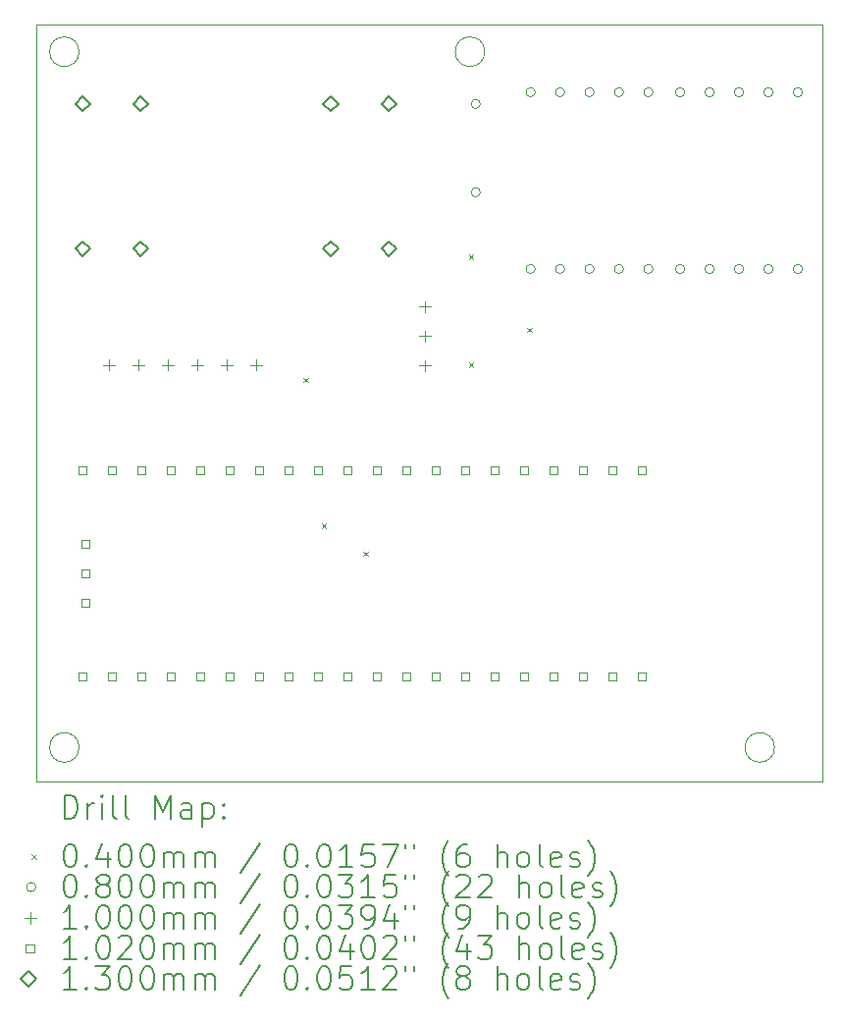
<source format=gbr>
%TF.GenerationSoftware,KiCad,Pcbnew,7.0.1*%
%TF.CreationDate,2025-03-04T19:41:51-05:00*%
%TF.ProjectId,front_panel,66726f6e-745f-4706-916e-656c2e6b6963,rev?*%
%TF.SameCoordinates,Original*%
%TF.FileFunction,Drillmap*%
%TF.FilePolarity,Positive*%
%FSLAX45Y45*%
G04 Gerber Fmt 4.5, Leading zero omitted, Abs format (unit mm)*
G04 Created by KiCad (PCBNEW 7.0.1) date 2025-03-04 19:41:51*
%MOMM*%
%LPD*%
G01*
G04 APERTURE LIST*
%ADD10C,0.100000*%
%ADD11C,0.200000*%
%ADD12C,0.040000*%
%ADD13C,0.080000*%
%ADD14C,0.102000*%
%ADD15C,0.130000*%
G04 APERTURE END LIST*
D10*
X12727475Y-9900000D02*
G75*
G03*
X12727475Y-9900000I-127476J0D01*
G01*
X10227476Y-3900000D02*
G75*
G03*
X10227476Y-3900000I-127476J0D01*
G01*
X6727475Y-9900000D02*
G75*
G03*
X6727475Y-9900000I-127476J0D01*
G01*
X6360000Y-3670000D02*
X13140000Y-3670000D01*
X13140000Y-10195000D01*
X6360000Y-10195000D01*
X6360000Y-3670000D01*
X6727475Y-3900000D02*
G75*
G03*
X6727475Y-3900000I-127476J0D01*
G01*
D11*
D12*
X8660000Y-6710000D02*
X8700000Y-6750000D01*
X8700000Y-6710000D02*
X8660000Y-6750000D01*
X8820000Y-7970000D02*
X8860000Y-8010000D01*
X8860000Y-7970000D02*
X8820000Y-8010000D01*
X9180000Y-8210000D02*
X9220000Y-8250000D01*
X9220000Y-8210000D02*
X9180000Y-8250000D01*
X10090000Y-5650000D02*
X10130000Y-5690000D01*
X10130000Y-5650000D02*
X10090000Y-5690000D01*
X10090000Y-6580000D02*
X10130000Y-6620000D01*
X10130000Y-6580000D02*
X10090000Y-6620000D01*
X10590000Y-6280000D02*
X10630000Y-6320000D01*
X10630000Y-6280000D02*
X10590000Y-6320000D01*
D13*
X10190000Y-4350000D02*
G75*
G03*
X10190000Y-4350000I-40000J0D01*
G01*
X10190000Y-5112000D02*
G75*
G03*
X10190000Y-5112000I-40000J0D01*
G01*
X10662000Y-4250000D02*
G75*
G03*
X10662000Y-4250000I-40000J0D01*
G01*
X10662000Y-5774000D02*
G75*
G03*
X10662000Y-5774000I-40000J0D01*
G01*
X10916000Y-4250000D02*
G75*
G03*
X10916000Y-4250000I-40000J0D01*
G01*
X10916000Y-5774000D02*
G75*
G03*
X10916000Y-5774000I-40000J0D01*
G01*
X11170000Y-4250000D02*
G75*
G03*
X11170000Y-4250000I-40000J0D01*
G01*
X11170000Y-5774000D02*
G75*
G03*
X11170000Y-5774000I-40000J0D01*
G01*
X11424000Y-4250000D02*
G75*
G03*
X11424000Y-4250000I-40000J0D01*
G01*
X11424000Y-5774000D02*
G75*
G03*
X11424000Y-5774000I-40000J0D01*
G01*
X11678000Y-4250000D02*
G75*
G03*
X11678000Y-4250000I-40000J0D01*
G01*
X11678000Y-5774000D02*
G75*
G03*
X11678000Y-5774000I-40000J0D01*
G01*
X11952000Y-4250000D02*
G75*
G03*
X11952000Y-4250000I-40000J0D01*
G01*
X11952000Y-5774000D02*
G75*
G03*
X11952000Y-5774000I-40000J0D01*
G01*
X12206000Y-4250000D02*
G75*
G03*
X12206000Y-4250000I-40000J0D01*
G01*
X12206000Y-5774000D02*
G75*
G03*
X12206000Y-5774000I-40000J0D01*
G01*
X12460000Y-4250000D02*
G75*
G03*
X12460000Y-4250000I-40000J0D01*
G01*
X12460000Y-5774000D02*
G75*
G03*
X12460000Y-5774000I-40000J0D01*
G01*
X12714000Y-4250000D02*
G75*
G03*
X12714000Y-4250000I-40000J0D01*
G01*
X12714000Y-5774000D02*
G75*
G03*
X12714000Y-5774000I-40000J0D01*
G01*
X12968000Y-4250000D02*
G75*
G03*
X12968000Y-4250000I-40000J0D01*
G01*
X12968000Y-5774000D02*
G75*
G03*
X12968000Y-5774000I-40000J0D01*
G01*
D10*
X6984000Y-6550000D02*
X6984000Y-6650000D01*
X6934000Y-6600000D02*
X7034000Y-6600000D01*
X7238000Y-6550000D02*
X7238000Y-6650000D01*
X7188000Y-6600000D02*
X7288000Y-6600000D01*
X7492000Y-6550000D02*
X7492000Y-6650000D01*
X7442000Y-6600000D02*
X7542000Y-6600000D01*
X7746000Y-6550000D02*
X7746000Y-6650000D01*
X7696000Y-6600000D02*
X7796000Y-6600000D01*
X8000000Y-6550000D02*
X8000000Y-6650000D01*
X7950000Y-6600000D02*
X8050000Y-6600000D01*
X8254000Y-6550000D02*
X8254000Y-6650000D01*
X8204000Y-6600000D02*
X8304000Y-6600000D01*
X9710000Y-6050000D02*
X9710000Y-6150000D01*
X9660000Y-6100000D02*
X9760000Y-6100000D01*
X9710000Y-6304000D02*
X9710000Y-6404000D01*
X9660000Y-6354000D02*
X9760000Y-6354000D01*
X9710000Y-6558000D02*
X9710000Y-6658000D01*
X9660000Y-6608000D02*
X9760000Y-6608000D01*
D14*
X6794063Y-7546063D02*
X6794063Y-7473937D01*
X6721937Y-7473937D01*
X6721937Y-7546063D01*
X6794063Y-7546063D01*
X6794063Y-9324063D02*
X6794063Y-9251937D01*
X6721937Y-9251937D01*
X6721937Y-9324063D01*
X6794063Y-9324063D01*
X6817063Y-8181063D02*
X6817063Y-8108937D01*
X6744937Y-8108937D01*
X6744937Y-8181063D01*
X6817063Y-8181063D01*
X6817063Y-8435063D02*
X6817063Y-8362937D01*
X6744937Y-8362937D01*
X6744937Y-8435063D01*
X6817063Y-8435063D01*
X6817063Y-8689063D02*
X6817063Y-8616937D01*
X6744937Y-8616937D01*
X6744937Y-8689063D01*
X6817063Y-8689063D01*
X7048063Y-7546063D02*
X7048063Y-7473937D01*
X6975937Y-7473937D01*
X6975937Y-7546063D01*
X7048063Y-7546063D01*
X7048063Y-9324063D02*
X7048063Y-9251937D01*
X6975937Y-9251937D01*
X6975937Y-9324063D01*
X7048063Y-9324063D01*
X7302063Y-7546063D02*
X7302063Y-7473937D01*
X7229937Y-7473937D01*
X7229937Y-7546063D01*
X7302063Y-7546063D01*
X7302063Y-9324063D02*
X7302063Y-9251937D01*
X7229937Y-9251937D01*
X7229937Y-9324063D01*
X7302063Y-9324063D01*
X7556063Y-7546063D02*
X7556063Y-7473937D01*
X7483937Y-7473937D01*
X7483937Y-7546063D01*
X7556063Y-7546063D01*
X7556063Y-9324063D02*
X7556063Y-9251937D01*
X7483937Y-9251937D01*
X7483937Y-9324063D01*
X7556063Y-9324063D01*
X7810063Y-7546063D02*
X7810063Y-7473937D01*
X7737937Y-7473937D01*
X7737937Y-7546063D01*
X7810063Y-7546063D01*
X7810063Y-9324063D02*
X7810063Y-9251937D01*
X7737937Y-9251937D01*
X7737937Y-9324063D01*
X7810063Y-9324063D01*
X8064063Y-7546063D02*
X8064063Y-7473937D01*
X7991937Y-7473937D01*
X7991937Y-7546063D01*
X8064063Y-7546063D01*
X8064063Y-9324063D02*
X8064063Y-9251937D01*
X7991937Y-9251937D01*
X7991937Y-9324063D01*
X8064063Y-9324063D01*
X8318063Y-7546063D02*
X8318063Y-7473937D01*
X8245937Y-7473937D01*
X8245937Y-7546063D01*
X8318063Y-7546063D01*
X8318063Y-9324063D02*
X8318063Y-9251937D01*
X8245937Y-9251937D01*
X8245937Y-9324063D01*
X8318063Y-9324063D01*
X8572063Y-7546063D02*
X8572063Y-7473937D01*
X8499937Y-7473937D01*
X8499937Y-7546063D01*
X8572063Y-7546063D01*
X8572063Y-9324063D02*
X8572063Y-9251937D01*
X8499937Y-9251937D01*
X8499937Y-9324063D01*
X8572063Y-9324063D01*
X8826063Y-7546063D02*
X8826063Y-7473937D01*
X8753937Y-7473937D01*
X8753937Y-7546063D01*
X8826063Y-7546063D01*
X8826063Y-9324063D02*
X8826063Y-9251937D01*
X8753937Y-9251937D01*
X8753937Y-9324063D01*
X8826063Y-9324063D01*
X9080063Y-7546063D02*
X9080063Y-7473937D01*
X9007937Y-7473937D01*
X9007937Y-7546063D01*
X9080063Y-7546063D01*
X9080063Y-9324063D02*
X9080063Y-9251937D01*
X9007937Y-9251937D01*
X9007937Y-9324063D01*
X9080063Y-9324063D01*
X9334063Y-7546063D02*
X9334063Y-7473937D01*
X9261937Y-7473937D01*
X9261937Y-7546063D01*
X9334063Y-7546063D01*
X9334063Y-9324063D02*
X9334063Y-9251937D01*
X9261937Y-9251937D01*
X9261937Y-9324063D01*
X9334063Y-9324063D01*
X9588063Y-7546063D02*
X9588063Y-7473937D01*
X9515937Y-7473937D01*
X9515937Y-7546063D01*
X9588063Y-7546063D01*
X9588063Y-9324063D02*
X9588063Y-9251937D01*
X9515937Y-9251937D01*
X9515937Y-9324063D01*
X9588063Y-9324063D01*
X9842063Y-7546063D02*
X9842063Y-7473937D01*
X9769937Y-7473937D01*
X9769937Y-7546063D01*
X9842063Y-7546063D01*
X9842063Y-9324063D02*
X9842063Y-9251937D01*
X9769937Y-9251937D01*
X9769937Y-9324063D01*
X9842063Y-9324063D01*
X10096063Y-7546063D02*
X10096063Y-7473937D01*
X10023937Y-7473937D01*
X10023937Y-7546063D01*
X10096063Y-7546063D01*
X10096063Y-9324063D02*
X10096063Y-9251937D01*
X10023937Y-9251937D01*
X10023937Y-9324063D01*
X10096063Y-9324063D01*
X10350063Y-7546063D02*
X10350063Y-7473937D01*
X10277937Y-7473937D01*
X10277937Y-7546063D01*
X10350063Y-7546063D01*
X10350063Y-9324063D02*
X10350063Y-9251937D01*
X10277937Y-9251937D01*
X10277937Y-9324063D01*
X10350063Y-9324063D01*
X10604063Y-7546063D02*
X10604063Y-7473937D01*
X10531937Y-7473937D01*
X10531937Y-7546063D01*
X10604063Y-7546063D01*
X10604063Y-9324063D02*
X10604063Y-9251937D01*
X10531937Y-9251937D01*
X10531937Y-9324063D01*
X10604063Y-9324063D01*
X10858063Y-7546063D02*
X10858063Y-7473937D01*
X10785937Y-7473937D01*
X10785937Y-7546063D01*
X10858063Y-7546063D01*
X10858063Y-9324063D02*
X10858063Y-9251937D01*
X10785937Y-9251937D01*
X10785937Y-9324063D01*
X10858063Y-9324063D01*
X11112063Y-7546063D02*
X11112063Y-7473937D01*
X11039937Y-7473937D01*
X11039937Y-7546063D01*
X11112063Y-7546063D01*
X11112063Y-9324063D02*
X11112063Y-9251937D01*
X11039937Y-9251937D01*
X11039937Y-9324063D01*
X11112063Y-9324063D01*
X11366063Y-7546063D02*
X11366063Y-7473937D01*
X11293937Y-7473937D01*
X11293937Y-7546063D01*
X11366063Y-7546063D01*
X11366063Y-9324063D02*
X11366063Y-9251937D01*
X11293937Y-9251937D01*
X11293937Y-9324063D01*
X11366063Y-9324063D01*
X11620063Y-7546063D02*
X11620063Y-7473937D01*
X11547937Y-7473937D01*
X11547937Y-7546063D01*
X11620063Y-7546063D01*
X11620063Y-9324063D02*
X11620063Y-9251937D01*
X11547937Y-9251937D01*
X11547937Y-9324063D01*
X11620063Y-9324063D01*
D15*
X6760000Y-4415000D02*
X6825000Y-4350000D01*
X6760000Y-4285000D01*
X6695000Y-4350000D01*
X6760000Y-4415000D01*
X6760000Y-5665000D02*
X6825000Y-5600000D01*
X6760000Y-5535000D01*
X6695000Y-5600000D01*
X6760000Y-5665000D01*
X7260000Y-4415000D02*
X7325000Y-4350000D01*
X7260000Y-4285000D01*
X7195000Y-4350000D01*
X7260000Y-4415000D01*
X7260000Y-5665000D02*
X7325000Y-5600000D01*
X7260000Y-5535000D01*
X7195000Y-5600000D01*
X7260000Y-5665000D01*
X8900000Y-4415000D02*
X8965000Y-4350000D01*
X8900000Y-4285000D01*
X8835000Y-4350000D01*
X8900000Y-4415000D01*
X8900000Y-5665000D02*
X8965000Y-5600000D01*
X8900000Y-5535000D01*
X8835000Y-5600000D01*
X8900000Y-5665000D01*
X9400000Y-4415000D02*
X9465000Y-4350000D01*
X9400000Y-4285000D01*
X9335000Y-4350000D01*
X9400000Y-4415000D01*
X9400000Y-5665000D02*
X9465000Y-5600000D01*
X9400000Y-5535000D01*
X9335000Y-5600000D01*
X9400000Y-5665000D01*
D11*
X6602619Y-10512524D02*
X6602619Y-10312524D01*
X6602619Y-10312524D02*
X6650238Y-10312524D01*
X6650238Y-10312524D02*
X6678809Y-10322048D01*
X6678809Y-10322048D02*
X6697857Y-10341095D01*
X6697857Y-10341095D02*
X6707381Y-10360143D01*
X6707381Y-10360143D02*
X6716905Y-10398238D01*
X6716905Y-10398238D02*
X6716905Y-10426810D01*
X6716905Y-10426810D02*
X6707381Y-10464905D01*
X6707381Y-10464905D02*
X6697857Y-10483952D01*
X6697857Y-10483952D02*
X6678809Y-10503000D01*
X6678809Y-10503000D02*
X6650238Y-10512524D01*
X6650238Y-10512524D02*
X6602619Y-10512524D01*
X6802619Y-10512524D02*
X6802619Y-10379190D01*
X6802619Y-10417286D02*
X6812143Y-10398238D01*
X6812143Y-10398238D02*
X6821667Y-10388714D01*
X6821667Y-10388714D02*
X6840714Y-10379190D01*
X6840714Y-10379190D02*
X6859762Y-10379190D01*
X6926428Y-10512524D02*
X6926428Y-10379190D01*
X6926428Y-10312524D02*
X6916905Y-10322048D01*
X6916905Y-10322048D02*
X6926428Y-10331571D01*
X6926428Y-10331571D02*
X6935952Y-10322048D01*
X6935952Y-10322048D02*
X6926428Y-10312524D01*
X6926428Y-10312524D02*
X6926428Y-10331571D01*
X7050238Y-10512524D02*
X7031190Y-10503000D01*
X7031190Y-10503000D02*
X7021667Y-10483952D01*
X7021667Y-10483952D02*
X7021667Y-10312524D01*
X7155000Y-10512524D02*
X7135952Y-10503000D01*
X7135952Y-10503000D02*
X7126428Y-10483952D01*
X7126428Y-10483952D02*
X7126428Y-10312524D01*
X7383571Y-10512524D02*
X7383571Y-10312524D01*
X7383571Y-10312524D02*
X7450238Y-10455381D01*
X7450238Y-10455381D02*
X7516905Y-10312524D01*
X7516905Y-10312524D02*
X7516905Y-10512524D01*
X7697857Y-10512524D02*
X7697857Y-10407762D01*
X7697857Y-10407762D02*
X7688333Y-10388714D01*
X7688333Y-10388714D02*
X7669286Y-10379190D01*
X7669286Y-10379190D02*
X7631190Y-10379190D01*
X7631190Y-10379190D02*
X7612143Y-10388714D01*
X7697857Y-10503000D02*
X7678809Y-10512524D01*
X7678809Y-10512524D02*
X7631190Y-10512524D01*
X7631190Y-10512524D02*
X7612143Y-10503000D01*
X7612143Y-10503000D02*
X7602619Y-10483952D01*
X7602619Y-10483952D02*
X7602619Y-10464905D01*
X7602619Y-10464905D02*
X7612143Y-10445857D01*
X7612143Y-10445857D02*
X7631190Y-10436333D01*
X7631190Y-10436333D02*
X7678809Y-10436333D01*
X7678809Y-10436333D02*
X7697857Y-10426810D01*
X7793095Y-10379190D02*
X7793095Y-10579190D01*
X7793095Y-10388714D02*
X7812143Y-10379190D01*
X7812143Y-10379190D02*
X7850238Y-10379190D01*
X7850238Y-10379190D02*
X7869286Y-10388714D01*
X7869286Y-10388714D02*
X7878809Y-10398238D01*
X7878809Y-10398238D02*
X7888333Y-10417286D01*
X7888333Y-10417286D02*
X7888333Y-10474429D01*
X7888333Y-10474429D02*
X7878809Y-10493476D01*
X7878809Y-10493476D02*
X7869286Y-10503000D01*
X7869286Y-10503000D02*
X7850238Y-10512524D01*
X7850238Y-10512524D02*
X7812143Y-10512524D01*
X7812143Y-10512524D02*
X7793095Y-10503000D01*
X7974048Y-10493476D02*
X7983571Y-10503000D01*
X7983571Y-10503000D02*
X7974048Y-10512524D01*
X7974048Y-10512524D02*
X7964524Y-10503000D01*
X7964524Y-10503000D02*
X7974048Y-10493476D01*
X7974048Y-10493476D02*
X7974048Y-10512524D01*
X7974048Y-10388714D02*
X7983571Y-10398238D01*
X7983571Y-10398238D02*
X7974048Y-10407762D01*
X7974048Y-10407762D02*
X7964524Y-10398238D01*
X7964524Y-10398238D02*
X7974048Y-10388714D01*
X7974048Y-10388714D02*
X7974048Y-10407762D01*
D12*
X6315000Y-10820000D02*
X6355000Y-10860000D01*
X6355000Y-10820000D02*
X6315000Y-10860000D01*
D11*
X6640714Y-10732524D02*
X6659762Y-10732524D01*
X6659762Y-10732524D02*
X6678809Y-10742048D01*
X6678809Y-10742048D02*
X6688333Y-10751571D01*
X6688333Y-10751571D02*
X6697857Y-10770619D01*
X6697857Y-10770619D02*
X6707381Y-10808714D01*
X6707381Y-10808714D02*
X6707381Y-10856333D01*
X6707381Y-10856333D02*
X6697857Y-10894429D01*
X6697857Y-10894429D02*
X6688333Y-10913476D01*
X6688333Y-10913476D02*
X6678809Y-10923000D01*
X6678809Y-10923000D02*
X6659762Y-10932524D01*
X6659762Y-10932524D02*
X6640714Y-10932524D01*
X6640714Y-10932524D02*
X6621667Y-10923000D01*
X6621667Y-10923000D02*
X6612143Y-10913476D01*
X6612143Y-10913476D02*
X6602619Y-10894429D01*
X6602619Y-10894429D02*
X6593095Y-10856333D01*
X6593095Y-10856333D02*
X6593095Y-10808714D01*
X6593095Y-10808714D02*
X6602619Y-10770619D01*
X6602619Y-10770619D02*
X6612143Y-10751571D01*
X6612143Y-10751571D02*
X6621667Y-10742048D01*
X6621667Y-10742048D02*
X6640714Y-10732524D01*
X6793095Y-10913476D02*
X6802619Y-10923000D01*
X6802619Y-10923000D02*
X6793095Y-10932524D01*
X6793095Y-10932524D02*
X6783571Y-10923000D01*
X6783571Y-10923000D02*
X6793095Y-10913476D01*
X6793095Y-10913476D02*
X6793095Y-10932524D01*
X6974048Y-10799190D02*
X6974048Y-10932524D01*
X6926428Y-10723000D02*
X6878809Y-10865857D01*
X6878809Y-10865857D02*
X7002619Y-10865857D01*
X7116905Y-10732524D02*
X7135952Y-10732524D01*
X7135952Y-10732524D02*
X7155000Y-10742048D01*
X7155000Y-10742048D02*
X7164524Y-10751571D01*
X7164524Y-10751571D02*
X7174048Y-10770619D01*
X7174048Y-10770619D02*
X7183571Y-10808714D01*
X7183571Y-10808714D02*
X7183571Y-10856333D01*
X7183571Y-10856333D02*
X7174048Y-10894429D01*
X7174048Y-10894429D02*
X7164524Y-10913476D01*
X7164524Y-10913476D02*
X7155000Y-10923000D01*
X7155000Y-10923000D02*
X7135952Y-10932524D01*
X7135952Y-10932524D02*
X7116905Y-10932524D01*
X7116905Y-10932524D02*
X7097857Y-10923000D01*
X7097857Y-10923000D02*
X7088333Y-10913476D01*
X7088333Y-10913476D02*
X7078809Y-10894429D01*
X7078809Y-10894429D02*
X7069286Y-10856333D01*
X7069286Y-10856333D02*
X7069286Y-10808714D01*
X7069286Y-10808714D02*
X7078809Y-10770619D01*
X7078809Y-10770619D02*
X7088333Y-10751571D01*
X7088333Y-10751571D02*
X7097857Y-10742048D01*
X7097857Y-10742048D02*
X7116905Y-10732524D01*
X7307381Y-10732524D02*
X7326429Y-10732524D01*
X7326429Y-10732524D02*
X7345476Y-10742048D01*
X7345476Y-10742048D02*
X7355000Y-10751571D01*
X7355000Y-10751571D02*
X7364524Y-10770619D01*
X7364524Y-10770619D02*
X7374048Y-10808714D01*
X7374048Y-10808714D02*
X7374048Y-10856333D01*
X7374048Y-10856333D02*
X7364524Y-10894429D01*
X7364524Y-10894429D02*
X7355000Y-10913476D01*
X7355000Y-10913476D02*
X7345476Y-10923000D01*
X7345476Y-10923000D02*
X7326429Y-10932524D01*
X7326429Y-10932524D02*
X7307381Y-10932524D01*
X7307381Y-10932524D02*
X7288333Y-10923000D01*
X7288333Y-10923000D02*
X7278809Y-10913476D01*
X7278809Y-10913476D02*
X7269286Y-10894429D01*
X7269286Y-10894429D02*
X7259762Y-10856333D01*
X7259762Y-10856333D02*
X7259762Y-10808714D01*
X7259762Y-10808714D02*
X7269286Y-10770619D01*
X7269286Y-10770619D02*
X7278809Y-10751571D01*
X7278809Y-10751571D02*
X7288333Y-10742048D01*
X7288333Y-10742048D02*
X7307381Y-10732524D01*
X7459762Y-10932524D02*
X7459762Y-10799190D01*
X7459762Y-10818238D02*
X7469286Y-10808714D01*
X7469286Y-10808714D02*
X7488333Y-10799190D01*
X7488333Y-10799190D02*
X7516905Y-10799190D01*
X7516905Y-10799190D02*
X7535952Y-10808714D01*
X7535952Y-10808714D02*
X7545476Y-10827762D01*
X7545476Y-10827762D02*
X7545476Y-10932524D01*
X7545476Y-10827762D02*
X7555000Y-10808714D01*
X7555000Y-10808714D02*
X7574048Y-10799190D01*
X7574048Y-10799190D02*
X7602619Y-10799190D01*
X7602619Y-10799190D02*
X7621667Y-10808714D01*
X7621667Y-10808714D02*
X7631190Y-10827762D01*
X7631190Y-10827762D02*
X7631190Y-10932524D01*
X7726429Y-10932524D02*
X7726429Y-10799190D01*
X7726429Y-10818238D02*
X7735952Y-10808714D01*
X7735952Y-10808714D02*
X7755000Y-10799190D01*
X7755000Y-10799190D02*
X7783571Y-10799190D01*
X7783571Y-10799190D02*
X7802619Y-10808714D01*
X7802619Y-10808714D02*
X7812143Y-10827762D01*
X7812143Y-10827762D02*
X7812143Y-10932524D01*
X7812143Y-10827762D02*
X7821667Y-10808714D01*
X7821667Y-10808714D02*
X7840714Y-10799190D01*
X7840714Y-10799190D02*
X7869286Y-10799190D01*
X7869286Y-10799190D02*
X7888333Y-10808714D01*
X7888333Y-10808714D02*
X7897857Y-10827762D01*
X7897857Y-10827762D02*
X7897857Y-10932524D01*
X8288333Y-10723000D02*
X8116905Y-10980143D01*
X8545476Y-10732524D02*
X8564524Y-10732524D01*
X8564524Y-10732524D02*
X8583572Y-10742048D01*
X8583572Y-10742048D02*
X8593095Y-10751571D01*
X8593095Y-10751571D02*
X8602619Y-10770619D01*
X8602619Y-10770619D02*
X8612143Y-10808714D01*
X8612143Y-10808714D02*
X8612143Y-10856333D01*
X8612143Y-10856333D02*
X8602619Y-10894429D01*
X8602619Y-10894429D02*
X8593095Y-10913476D01*
X8593095Y-10913476D02*
X8583572Y-10923000D01*
X8583572Y-10923000D02*
X8564524Y-10932524D01*
X8564524Y-10932524D02*
X8545476Y-10932524D01*
X8545476Y-10932524D02*
X8526429Y-10923000D01*
X8526429Y-10923000D02*
X8516905Y-10913476D01*
X8516905Y-10913476D02*
X8507381Y-10894429D01*
X8507381Y-10894429D02*
X8497857Y-10856333D01*
X8497857Y-10856333D02*
X8497857Y-10808714D01*
X8497857Y-10808714D02*
X8507381Y-10770619D01*
X8507381Y-10770619D02*
X8516905Y-10751571D01*
X8516905Y-10751571D02*
X8526429Y-10742048D01*
X8526429Y-10742048D02*
X8545476Y-10732524D01*
X8697857Y-10913476D02*
X8707381Y-10923000D01*
X8707381Y-10923000D02*
X8697857Y-10932524D01*
X8697857Y-10932524D02*
X8688334Y-10923000D01*
X8688334Y-10923000D02*
X8697857Y-10913476D01*
X8697857Y-10913476D02*
X8697857Y-10932524D01*
X8831191Y-10732524D02*
X8850238Y-10732524D01*
X8850238Y-10732524D02*
X8869286Y-10742048D01*
X8869286Y-10742048D02*
X8878810Y-10751571D01*
X8878810Y-10751571D02*
X8888334Y-10770619D01*
X8888334Y-10770619D02*
X8897857Y-10808714D01*
X8897857Y-10808714D02*
X8897857Y-10856333D01*
X8897857Y-10856333D02*
X8888334Y-10894429D01*
X8888334Y-10894429D02*
X8878810Y-10913476D01*
X8878810Y-10913476D02*
X8869286Y-10923000D01*
X8869286Y-10923000D02*
X8850238Y-10932524D01*
X8850238Y-10932524D02*
X8831191Y-10932524D01*
X8831191Y-10932524D02*
X8812143Y-10923000D01*
X8812143Y-10923000D02*
X8802619Y-10913476D01*
X8802619Y-10913476D02*
X8793095Y-10894429D01*
X8793095Y-10894429D02*
X8783572Y-10856333D01*
X8783572Y-10856333D02*
X8783572Y-10808714D01*
X8783572Y-10808714D02*
X8793095Y-10770619D01*
X8793095Y-10770619D02*
X8802619Y-10751571D01*
X8802619Y-10751571D02*
X8812143Y-10742048D01*
X8812143Y-10742048D02*
X8831191Y-10732524D01*
X9088334Y-10932524D02*
X8974048Y-10932524D01*
X9031191Y-10932524D02*
X9031191Y-10732524D01*
X9031191Y-10732524D02*
X9012143Y-10761095D01*
X9012143Y-10761095D02*
X8993095Y-10780143D01*
X8993095Y-10780143D02*
X8974048Y-10789667D01*
X9269286Y-10732524D02*
X9174048Y-10732524D01*
X9174048Y-10732524D02*
X9164524Y-10827762D01*
X9164524Y-10827762D02*
X9174048Y-10818238D01*
X9174048Y-10818238D02*
X9193095Y-10808714D01*
X9193095Y-10808714D02*
X9240715Y-10808714D01*
X9240715Y-10808714D02*
X9259762Y-10818238D01*
X9259762Y-10818238D02*
X9269286Y-10827762D01*
X9269286Y-10827762D02*
X9278810Y-10846810D01*
X9278810Y-10846810D02*
X9278810Y-10894429D01*
X9278810Y-10894429D02*
X9269286Y-10913476D01*
X9269286Y-10913476D02*
X9259762Y-10923000D01*
X9259762Y-10923000D02*
X9240715Y-10932524D01*
X9240715Y-10932524D02*
X9193095Y-10932524D01*
X9193095Y-10932524D02*
X9174048Y-10923000D01*
X9174048Y-10923000D02*
X9164524Y-10913476D01*
X9345476Y-10732524D02*
X9478810Y-10732524D01*
X9478810Y-10732524D02*
X9393095Y-10932524D01*
X9545476Y-10732524D02*
X9545476Y-10770619D01*
X9621667Y-10732524D02*
X9621667Y-10770619D01*
X9916905Y-11008714D02*
X9907381Y-10999190D01*
X9907381Y-10999190D02*
X9888334Y-10970619D01*
X9888334Y-10970619D02*
X9878810Y-10951571D01*
X9878810Y-10951571D02*
X9869286Y-10923000D01*
X9869286Y-10923000D02*
X9859762Y-10875381D01*
X9859762Y-10875381D02*
X9859762Y-10837286D01*
X9859762Y-10837286D02*
X9869286Y-10789667D01*
X9869286Y-10789667D02*
X9878810Y-10761095D01*
X9878810Y-10761095D02*
X9888334Y-10742048D01*
X9888334Y-10742048D02*
X9907381Y-10713476D01*
X9907381Y-10713476D02*
X9916905Y-10703952D01*
X10078810Y-10732524D02*
X10040715Y-10732524D01*
X10040715Y-10732524D02*
X10021667Y-10742048D01*
X10021667Y-10742048D02*
X10012143Y-10751571D01*
X10012143Y-10751571D02*
X9993096Y-10780143D01*
X9993096Y-10780143D02*
X9983572Y-10818238D01*
X9983572Y-10818238D02*
X9983572Y-10894429D01*
X9983572Y-10894429D02*
X9993096Y-10913476D01*
X9993096Y-10913476D02*
X10002619Y-10923000D01*
X10002619Y-10923000D02*
X10021667Y-10932524D01*
X10021667Y-10932524D02*
X10059762Y-10932524D01*
X10059762Y-10932524D02*
X10078810Y-10923000D01*
X10078810Y-10923000D02*
X10088334Y-10913476D01*
X10088334Y-10913476D02*
X10097857Y-10894429D01*
X10097857Y-10894429D02*
X10097857Y-10846810D01*
X10097857Y-10846810D02*
X10088334Y-10827762D01*
X10088334Y-10827762D02*
X10078810Y-10818238D01*
X10078810Y-10818238D02*
X10059762Y-10808714D01*
X10059762Y-10808714D02*
X10021667Y-10808714D01*
X10021667Y-10808714D02*
X10002619Y-10818238D01*
X10002619Y-10818238D02*
X9993096Y-10827762D01*
X9993096Y-10827762D02*
X9983572Y-10846810D01*
X10335953Y-10932524D02*
X10335953Y-10732524D01*
X10421667Y-10932524D02*
X10421667Y-10827762D01*
X10421667Y-10827762D02*
X10412143Y-10808714D01*
X10412143Y-10808714D02*
X10393096Y-10799190D01*
X10393096Y-10799190D02*
X10364524Y-10799190D01*
X10364524Y-10799190D02*
X10345477Y-10808714D01*
X10345477Y-10808714D02*
X10335953Y-10818238D01*
X10545477Y-10932524D02*
X10526429Y-10923000D01*
X10526429Y-10923000D02*
X10516905Y-10913476D01*
X10516905Y-10913476D02*
X10507381Y-10894429D01*
X10507381Y-10894429D02*
X10507381Y-10837286D01*
X10507381Y-10837286D02*
X10516905Y-10818238D01*
X10516905Y-10818238D02*
X10526429Y-10808714D01*
X10526429Y-10808714D02*
X10545477Y-10799190D01*
X10545477Y-10799190D02*
X10574048Y-10799190D01*
X10574048Y-10799190D02*
X10593096Y-10808714D01*
X10593096Y-10808714D02*
X10602619Y-10818238D01*
X10602619Y-10818238D02*
X10612143Y-10837286D01*
X10612143Y-10837286D02*
X10612143Y-10894429D01*
X10612143Y-10894429D02*
X10602619Y-10913476D01*
X10602619Y-10913476D02*
X10593096Y-10923000D01*
X10593096Y-10923000D02*
X10574048Y-10932524D01*
X10574048Y-10932524D02*
X10545477Y-10932524D01*
X10726429Y-10932524D02*
X10707381Y-10923000D01*
X10707381Y-10923000D02*
X10697858Y-10903952D01*
X10697858Y-10903952D02*
X10697858Y-10732524D01*
X10878810Y-10923000D02*
X10859762Y-10932524D01*
X10859762Y-10932524D02*
X10821667Y-10932524D01*
X10821667Y-10932524D02*
X10802619Y-10923000D01*
X10802619Y-10923000D02*
X10793096Y-10903952D01*
X10793096Y-10903952D02*
X10793096Y-10827762D01*
X10793096Y-10827762D02*
X10802619Y-10808714D01*
X10802619Y-10808714D02*
X10821667Y-10799190D01*
X10821667Y-10799190D02*
X10859762Y-10799190D01*
X10859762Y-10799190D02*
X10878810Y-10808714D01*
X10878810Y-10808714D02*
X10888334Y-10827762D01*
X10888334Y-10827762D02*
X10888334Y-10846810D01*
X10888334Y-10846810D02*
X10793096Y-10865857D01*
X10964524Y-10923000D02*
X10983572Y-10932524D01*
X10983572Y-10932524D02*
X11021667Y-10932524D01*
X11021667Y-10932524D02*
X11040715Y-10923000D01*
X11040715Y-10923000D02*
X11050239Y-10903952D01*
X11050239Y-10903952D02*
X11050239Y-10894429D01*
X11050239Y-10894429D02*
X11040715Y-10875381D01*
X11040715Y-10875381D02*
X11021667Y-10865857D01*
X11021667Y-10865857D02*
X10993096Y-10865857D01*
X10993096Y-10865857D02*
X10974048Y-10856333D01*
X10974048Y-10856333D02*
X10964524Y-10837286D01*
X10964524Y-10837286D02*
X10964524Y-10827762D01*
X10964524Y-10827762D02*
X10974048Y-10808714D01*
X10974048Y-10808714D02*
X10993096Y-10799190D01*
X10993096Y-10799190D02*
X11021667Y-10799190D01*
X11021667Y-10799190D02*
X11040715Y-10808714D01*
X11116905Y-11008714D02*
X11126429Y-10999190D01*
X11126429Y-10999190D02*
X11145477Y-10970619D01*
X11145477Y-10970619D02*
X11155000Y-10951571D01*
X11155000Y-10951571D02*
X11164524Y-10923000D01*
X11164524Y-10923000D02*
X11174048Y-10875381D01*
X11174048Y-10875381D02*
X11174048Y-10837286D01*
X11174048Y-10837286D02*
X11164524Y-10789667D01*
X11164524Y-10789667D02*
X11155000Y-10761095D01*
X11155000Y-10761095D02*
X11145477Y-10742048D01*
X11145477Y-10742048D02*
X11126429Y-10713476D01*
X11126429Y-10713476D02*
X11116905Y-10703952D01*
D13*
X6355000Y-11104000D02*
G75*
G03*
X6355000Y-11104000I-40000J0D01*
G01*
D11*
X6640714Y-10996524D02*
X6659762Y-10996524D01*
X6659762Y-10996524D02*
X6678809Y-11006048D01*
X6678809Y-11006048D02*
X6688333Y-11015571D01*
X6688333Y-11015571D02*
X6697857Y-11034619D01*
X6697857Y-11034619D02*
X6707381Y-11072714D01*
X6707381Y-11072714D02*
X6707381Y-11120333D01*
X6707381Y-11120333D02*
X6697857Y-11158429D01*
X6697857Y-11158429D02*
X6688333Y-11177476D01*
X6688333Y-11177476D02*
X6678809Y-11187000D01*
X6678809Y-11187000D02*
X6659762Y-11196524D01*
X6659762Y-11196524D02*
X6640714Y-11196524D01*
X6640714Y-11196524D02*
X6621667Y-11187000D01*
X6621667Y-11187000D02*
X6612143Y-11177476D01*
X6612143Y-11177476D02*
X6602619Y-11158429D01*
X6602619Y-11158429D02*
X6593095Y-11120333D01*
X6593095Y-11120333D02*
X6593095Y-11072714D01*
X6593095Y-11072714D02*
X6602619Y-11034619D01*
X6602619Y-11034619D02*
X6612143Y-11015571D01*
X6612143Y-11015571D02*
X6621667Y-11006048D01*
X6621667Y-11006048D02*
X6640714Y-10996524D01*
X6793095Y-11177476D02*
X6802619Y-11187000D01*
X6802619Y-11187000D02*
X6793095Y-11196524D01*
X6793095Y-11196524D02*
X6783571Y-11187000D01*
X6783571Y-11187000D02*
X6793095Y-11177476D01*
X6793095Y-11177476D02*
X6793095Y-11196524D01*
X6916905Y-11082238D02*
X6897857Y-11072714D01*
X6897857Y-11072714D02*
X6888333Y-11063190D01*
X6888333Y-11063190D02*
X6878809Y-11044143D01*
X6878809Y-11044143D02*
X6878809Y-11034619D01*
X6878809Y-11034619D02*
X6888333Y-11015571D01*
X6888333Y-11015571D02*
X6897857Y-11006048D01*
X6897857Y-11006048D02*
X6916905Y-10996524D01*
X6916905Y-10996524D02*
X6955000Y-10996524D01*
X6955000Y-10996524D02*
X6974048Y-11006048D01*
X6974048Y-11006048D02*
X6983571Y-11015571D01*
X6983571Y-11015571D02*
X6993095Y-11034619D01*
X6993095Y-11034619D02*
X6993095Y-11044143D01*
X6993095Y-11044143D02*
X6983571Y-11063190D01*
X6983571Y-11063190D02*
X6974048Y-11072714D01*
X6974048Y-11072714D02*
X6955000Y-11082238D01*
X6955000Y-11082238D02*
X6916905Y-11082238D01*
X6916905Y-11082238D02*
X6897857Y-11091762D01*
X6897857Y-11091762D02*
X6888333Y-11101286D01*
X6888333Y-11101286D02*
X6878809Y-11120333D01*
X6878809Y-11120333D02*
X6878809Y-11158429D01*
X6878809Y-11158429D02*
X6888333Y-11177476D01*
X6888333Y-11177476D02*
X6897857Y-11187000D01*
X6897857Y-11187000D02*
X6916905Y-11196524D01*
X6916905Y-11196524D02*
X6955000Y-11196524D01*
X6955000Y-11196524D02*
X6974048Y-11187000D01*
X6974048Y-11187000D02*
X6983571Y-11177476D01*
X6983571Y-11177476D02*
X6993095Y-11158429D01*
X6993095Y-11158429D02*
X6993095Y-11120333D01*
X6993095Y-11120333D02*
X6983571Y-11101286D01*
X6983571Y-11101286D02*
X6974048Y-11091762D01*
X6974048Y-11091762D02*
X6955000Y-11082238D01*
X7116905Y-10996524D02*
X7135952Y-10996524D01*
X7135952Y-10996524D02*
X7155000Y-11006048D01*
X7155000Y-11006048D02*
X7164524Y-11015571D01*
X7164524Y-11015571D02*
X7174048Y-11034619D01*
X7174048Y-11034619D02*
X7183571Y-11072714D01*
X7183571Y-11072714D02*
X7183571Y-11120333D01*
X7183571Y-11120333D02*
X7174048Y-11158429D01*
X7174048Y-11158429D02*
X7164524Y-11177476D01*
X7164524Y-11177476D02*
X7155000Y-11187000D01*
X7155000Y-11187000D02*
X7135952Y-11196524D01*
X7135952Y-11196524D02*
X7116905Y-11196524D01*
X7116905Y-11196524D02*
X7097857Y-11187000D01*
X7097857Y-11187000D02*
X7088333Y-11177476D01*
X7088333Y-11177476D02*
X7078809Y-11158429D01*
X7078809Y-11158429D02*
X7069286Y-11120333D01*
X7069286Y-11120333D02*
X7069286Y-11072714D01*
X7069286Y-11072714D02*
X7078809Y-11034619D01*
X7078809Y-11034619D02*
X7088333Y-11015571D01*
X7088333Y-11015571D02*
X7097857Y-11006048D01*
X7097857Y-11006048D02*
X7116905Y-10996524D01*
X7307381Y-10996524D02*
X7326429Y-10996524D01*
X7326429Y-10996524D02*
X7345476Y-11006048D01*
X7345476Y-11006048D02*
X7355000Y-11015571D01*
X7355000Y-11015571D02*
X7364524Y-11034619D01*
X7364524Y-11034619D02*
X7374048Y-11072714D01*
X7374048Y-11072714D02*
X7374048Y-11120333D01*
X7374048Y-11120333D02*
X7364524Y-11158429D01*
X7364524Y-11158429D02*
X7355000Y-11177476D01*
X7355000Y-11177476D02*
X7345476Y-11187000D01*
X7345476Y-11187000D02*
X7326429Y-11196524D01*
X7326429Y-11196524D02*
X7307381Y-11196524D01*
X7307381Y-11196524D02*
X7288333Y-11187000D01*
X7288333Y-11187000D02*
X7278809Y-11177476D01*
X7278809Y-11177476D02*
X7269286Y-11158429D01*
X7269286Y-11158429D02*
X7259762Y-11120333D01*
X7259762Y-11120333D02*
X7259762Y-11072714D01*
X7259762Y-11072714D02*
X7269286Y-11034619D01*
X7269286Y-11034619D02*
X7278809Y-11015571D01*
X7278809Y-11015571D02*
X7288333Y-11006048D01*
X7288333Y-11006048D02*
X7307381Y-10996524D01*
X7459762Y-11196524D02*
X7459762Y-11063190D01*
X7459762Y-11082238D02*
X7469286Y-11072714D01*
X7469286Y-11072714D02*
X7488333Y-11063190D01*
X7488333Y-11063190D02*
X7516905Y-11063190D01*
X7516905Y-11063190D02*
X7535952Y-11072714D01*
X7535952Y-11072714D02*
X7545476Y-11091762D01*
X7545476Y-11091762D02*
X7545476Y-11196524D01*
X7545476Y-11091762D02*
X7555000Y-11072714D01*
X7555000Y-11072714D02*
X7574048Y-11063190D01*
X7574048Y-11063190D02*
X7602619Y-11063190D01*
X7602619Y-11063190D02*
X7621667Y-11072714D01*
X7621667Y-11072714D02*
X7631190Y-11091762D01*
X7631190Y-11091762D02*
X7631190Y-11196524D01*
X7726429Y-11196524D02*
X7726429Y-11063190D01*
X7726429Y-11082238D02*
X7735952Y-11072714D01*
X7735952Y-11072714D02*
X7755000Y-11063190D01*
X7755000Y-11063190D02*
X7783571Y-11063190D01*
X7783571Y-11063190D02*
X7802619Y-11072714D01*
X7802619Y-11072714D02*
X7812143Y-11091762D01*
X7812143Y-11091762D02*
X7812143Y-11196524D01*
X7812143Y-11091762D02*
X7821667Y-11072714D01*
X7821667Y-11072714D02*
X7840714Y-11063190D01*
X7840714Y-11063190D02*
X7869286Y-11063190D01*
X7869286Y-11063190D02*
X7888333Y-11072714D01*
X7888333Y-11072714D02*
X7897857Y-11091762D01*
X7897857Y-11091762D02*
X7897857Y-11196524D01*
X8288333Y-10987000D02*
X8116905Y-11244143D01*
X8545476Y-10996524D02*
X8564524Y-10996524D01*
X8564524Y-10996524D02*
X8583572Y-11006048D01*
X8583572Y-11006048D02*
X8593095Y-11015571D01*
X8593095Y-11015571D02*
X8602619Y-11034619D01*
X8602619Y-11034619D02*
X8612143Y-11072714D01*
X8612143Y-11072714D02*
X8612143Y-11120333D01*
X8612143Y-11120333D02*
X8602619Y-11158429D01*
X8602619Y-11158429D02*
X8593095Y-11177476D01*
X8593095Y-11177476D02*
X8583572Y-11187000D01*
X8583572Y-11187000D02*
X8564524Y-11196524D01*
X8564524Y-11196524D02*
X8545476Y-11196524D01*
X8545476Y-11196524D02*
X8526429Y-11187000D01*
X8526429Y-11187000D02*
X8516905Y-11177476D01*
X8516905Y-11177476D02*
X8507381Y-11158429D01*
X8507381Y-11158429D02*
X8497857Y-11120333D01*
X8497857Y-11120333D02*
X8497857Y-11072714D01*
X8497857Y-11072714D02*
X8507381Y-11034619D01*
X8507381Y-11034619D02*
X8516905Y-11015571D01*
X8516905Y-11015571D02*
X8526429Y-11006048D01*
X8526429Y-11006048D02*
X8545476Y-10996524D01*
X8697857Y-11177476D02*
X8707381Y-11187000D01*
X8707381Y-11187000D02*
X8697857Y-11196524D01*
X8697857Y-11196524D02*
X8688334Y-11187000D01*
X8688334Y-11187000D02*
X8697857Y-11177476D01*
X8697857Y-11177476D02*
X8697857Y-11196524D01*
X8831191Y-10996524D02*
X8850238Y-10996524D01*
X8850238Y-10996524D02*
X8869286Y-11006048D01*
X8869286Y-11006048D02*
X8878810Y-11015571D01*
X8878810Y-11015571D02*
X8888334Y-11034619D01*
X8888334Y-11034619D02*
X8897857Y-11072714D01*
X8897857Y-11072714D02*
X8897857Y-11120333D01*
X8897857Y-11120333D02*
X8888334Y-11158429D01*
X8888334Y-11158429D02*
X8878810Y-11177476D01*
X8878810Y-11177476D02*
X8869286Y-11187000D01*
X8869286Y-11187000D02*
X8850238Y-11196524D01*
X8850238Y-11196524D02*
X8831191Y-11196524D01*
X8831191Y-11196524D02*
X8812143Y-11187000D01*
X8812143Y-11187000D02*
X8802619Y-11177476D01*
X8802619Y-11177476D02*
X8793095Y-11158429D01*
X8793095Y-11158429D02*
X8783572Y-11120333D01*
X8783572Y-11120333D02*
X8783572Y-11072714D01*
X8783572Y-11072714D02*
X8793095Y-11034619D01*
X8793095Y-11034619D02*
X8802619Y-11015571D01*
X8802619Y-11015571D02*
X8812143Y-11006048D01*
X8812143Y-11006048D02*
X8831191Y-10996524D01*
X8964524Y-10996524D02*
X9088334Y-10996524D01*
X9088334Y-10996524D02*
X9021667Y-11072714D01*
X9021667Y-11072714D02*
X9050238Y-11072714D01*
X9050238Y-11072714D02*
X9069286Y-11082238D01*
X9069286Y-11082238D02*
X9078810Y-11091762D01*
X9078810Y-11091762D02*
X9088334Y-11110810D01*
X9088334Y-11110810D02*
X9088334Y-11158429D01*
X9088334Y-11158429D02*
X9078810Y-11177476D01*
X9078810Y-11177476D02*
X9069286Y-11187000D01*
X9069286Y-11187000D02*
X9050238Y-11196524D01*
X9050238Y-11196524D02*
X8993095Y-11196524D01*
X8993095Y-11196524D02*
X8974048Y-11187000D01*
X8974048Y-11187000D02*
X8964524Y-11177476D01*
X9278810Y-11196524D02*
X9164524Y-11196524D01*
X9221667Y-11196524D02*
X9221667Y-10996524D01*
X9221667Y-10996524D02*
X9202619Y-11025095D01*
X9202619Y-11025095D02*
X9183572Y-11044143D01*
X9183572Y-11044143D02*
X9164524Y-11053667D01*
X9459762Y-10996524D02*
X9364524Y-10996524D01*
X9364524Y-10996524D02*
X9355000Y-11091762D01*
X9355000Y-11091762D02*
X9364524Y-11082238D01*
X9364524Y-11082238D02*
X9383572Y-11072714D01*
X9383572Y-11072714D02*
X9431191Y-11072714D01*
X9431191Y-11072714D02*
X9450238Y-11082238D01*
X9450238Y-11082238D02*
X9459762Y-11091762D01*
X9459762Y-11091762D02*
X9469286Y-11110810D01*
X9469286Y-11110810D02*
X9469286Y-11158429D01*
X9469286Y-11158429D02*
X9459762Y-11177476D01*
X9459762Y-11177476D02*
X9450238Y-11187000D01*
X9450238Y-11187000D02*
X9431191Y-11196524D01*
X9431191Y-11196524D02*
X9383572Y-11196524D01*
X9383572Y-11196524D02*
X9364524Y-11187000D01*
X9364524Y-11187000D02*
X9355000Y-11177476D01*
X9545476Y-10996524D02*
X9545476Y-11034619D01*
X9621667Y-10996524D02*
X9621667Y-11034619D01*
X9916905Y-11272714D02*
X9907381Y-11263190D01*
X9907381Y-11263190D02*
X9888334Y-11234619D01*
X9888334Y-11234619D02*
X9878810Y-11215571D01*
X9878810Y-11215571D02*
X9869286Y-11187000D01*
X9869286Y-11187000D02*
X9859762Y-11139381D01*
X9859762Y-11139381D02*
X9859762Y-11101286D01*
X9859762Y-11101286D02*
X9869286Y-11053667D01*
X9869286Y-11053667D02*
X9878810Y-11025095D01*
X9878810Y-11025095D02*
X9888334Y-11006048D01*
X9888334Y-11006048D02*
X9907381Y-10977476D01*
X9907381Y-10977476D02*
X9916905Y-10967952D01*
X9983572Y-11015571D02*
X9993096Y-11006048D01*
X9993096Y-11006048D02*
X10012143Y-10996524D01*
X10012143Y-10996524D02*
X10059762Y-10996524D01*
X10059762Y-10996524D02*
X10078810Y-11006048D01*
X10078810Y-11006048D02*
X10088334Y-11015571D01*
X10088334Y-11015571D02*
X10097857Y-11034619D01*
X10097857Y-11034619D02*
X10097857Y-11053667D01*
X10097857Y-11053667D02*
X10088334Y-11082238D01*
X10088334Y-11082238D02*
X9974048Y-11196524D01*
X9974048Y-11196524D02*
X10097857Y-11196524D01*
X10174048Y-11015571D02*
X10183572Y-11006048D01*
X10183572Y-11006048D02*
X10202619Y-10996524D01*
X10202619Y-10996524D02*
X10250238Y-10996524D01*
X10250238Y-10996524D02*
X10269286Y-11006048D01*
X10269286Y-11006048D02*
X10278810Y-11015571D01*
X10278810Y-11015571D02*
X10288334Y-11034619D01*
X10288334Y-11034619D02*
X10288334Y-11053667D01*
X10288334Y-11053667D02*
X10278810Y-11082238D01*
X10278810Y-11082238D02*
X10164524Y-11196524D01*
X10164524Y-11196524D02*
X10288334Y-11196524D01*
X10526429Y-11196524D02*
X10526429Y-10996524D01*
X10612143Y-11196524D02*
X10612143Y-11091762D01*
X10612143Y-11091762D02*
X10602619Y-11072714D01*
X10602619Y-11072714D02*
X10583572Y-11063190D01*
X10583572Y-11063190D02*
X10555000Y-11063190D01*
X10555000Y-11063190D02*
X10535953Y-11072714D01*
X10535953Y-11072714D02*
X10526429Y-11082238D01*
X10735953Y-11196524D02*
X10716905Y-11187000D01*
X10716905Y-11187000D02*
X10707381Y-11177476D01*
X10707381Y-11177476D02*
X10697858Y-11158429D01*
X10697858Y-11158429D02*
X10697858Y-11101286D01*
X10697858Y-11101286D02*
X10707381Y-11082238D01*
X10707381Y-11082238D02*
X10716905Y-11072714D01*
X10716905Y-11072714D02*
X10735953Y-11063190D01*
X10735953Y-11063190D02*
X10764524Y-11063190D01*
X10764524Y-11063190D02*
X10783572Y-11072714D01*
X10783572Y-11072714D02*
X10793096Y-11082238D01*
X10793096Y-11082238D02*
X10802619Y-11101286D01*
X10802619Y-11101286D02*
X10802619Y-11158429D01*
X10802619Y-11158429D02*
X10793096Y-11177476D01*
X10793096Y-11177476D02*
X10783572Y-11187000D01*
X10783572Y-11187000D02*
X10764524Y-11196524D01*
X10764524Y-11196524D02*
X10735953Y-11196524D01*
X10916905Y-11196524D02*
X10897858Y-11187000D01*
X10897858Y-11187000D02*
X10888334Y-11167952D01*
X10888334Y-11167952D02*
X10888334Y-10996524D01*
X11069286Y-11187000D02*
X11050239Y-11196524D01*
X11050239Y-11196524D02*
X11012143Y-11196524D01*
X11012143Y-11196524D02*
X10993096Y-11187000D01*
X10993096Y-11187000D02*
X10983572Y-11167952D01*
X10983572Y-11167952D02*
X10983572Y-11091762D01*
X10983572Y-11091762D02*
X10993096Y-11072714D01*
X10993096Y-11072714D02*
X11012143Y-11063190D01*
X11012143Y-11063190D02*
X11050239Y-11063190D01*
X11050239Y-11063190D02*
X11069286Y-11072714D01*
X11069286Y-11072714D02*
X11078810Y-11091762D01*
X11078810Y-11091762D02*
X11078810Y-11110810D01*
X11078810Y-11110810D02*
X10983572Y-11129857D01*
X11155000Y-11187000D02*
X11174048Y-11196524D01*
X11174048Y-11196524D02*
X11212143Y-11196524D01*
X11212143Y-11196524D02*
X11231191Y-11187000D01*
X11231191Y-11187000D02*
X11240715Y-11167952D01*
X11240715Y-11167952D02*
X11240715Y-11158429D01*
X11240715Y-11158429D02*
X11231191Y-11139381D01*
X11231191Y-11139381D02*
X11212143Y-11129857D01*
X11212143Y-11129857D02*
X11183572Y-11129857D01*
X11183572Y-11129857D02*
X11164524Y-11120333D01*
X11164524Y-11120333D02*
X11155000Y-11101286D01*
X11155000Y-11101286D02*
X11155000Y-11091762D01*
X11155000Y-11091762D02*
X11164524Y-11072714D01*
X11164524Y-11072714D02*
X11183572Y-11063190D01*
X11183572Y-11063190D02*
X11212143Y-11063190D01*
X11212143Y-11063190D02*
X11231191Y-11072714D01*
X11307381Y-11272714D02*
X11316905Y-11263190D01*
X11316905Y-11263190D02*
X11335953Y-11234619D01*
X11335953Y-11234619D02*
X11345477Y-11215571D01*
X11345477Y-11215571D02*
X11355000Y-11187000D01*
X11355000Y-11187000D02*
X11364524Y-11139381D01*
X11364524Y-11139381D02*
X11364524Y-11101286D01*
X11364524Y-11101286D02*
X11355000Y-11053667D01*
X11355000Y-11053667D02*
X11345477Y-11025095D01*
X11345477Y-11025095D02*
X11335953Y-11006048D01*
X11335953Y-11006048D02*
X11316905Y-10977476D01*
X11316905Y-10977476D02*
X11307381Y-10967952D01*
D10*
X6305000Y-11318000D02*
X6305000Y-11418000D01*
X6255000Y-11368000D02*
X6355000Y-11368000D01*
D11*
X6707381Y-11460524D02*
X6593095Y-11460524D01*
X6650238Y-11460524D02*
X6650238Y-11260524D01*
X6650238Y-11260524D02*
X6631190Y-11289095D01*
X6631190Y-11289095D02*
X6612143Y-11308143D01*
X6612143Y-11308143D02*
X6593095Y-11317667D01*
X6793095Y-11441476D02*
X6802619Y-11451000D01*
X6802619Y-11451000D02*
X6793095Y-11460524D01*
X6793095Y-11460524D02*
X6783571Y-11451000D01*
X6783571Y-11451000D02*
X6793095Y-11441476D01*
X6793095Y-11441476D02*
X6793095Y-11460524D01*
X6926428Y-11260524D02*
X6945476Y-11260524D01*
X6945476Y-11260524D02*
X6964524Y-11270048D01*
X6964524Y-11270048D02*
X6974048Y-11279571D01*
X6974048Y-11279571D02*
X6983571Y-11298619D01*
X6983571Y-11298619D02*
X6993095Y-11336714D01*
X6993095Y-11336714D02*
X6993095Y-11384333D01*
X6993095Y-11384333D02*
X6983571Y-11422428D01*
X6983571Y-11422428D02*
X6974048Y-11441476D01*
X6974048Y-11441476D02*
X6964524Y-11451000D01*
X6964524Y-11451000D02*
X6945476Y-11460524D01*
X6945476Y-11460524D02*
X6926428Y-11460524D01*
X6926428Y-11460524D02*
X6907381Y-11451000D01*
X6907381Y-11451000D02*
X6897857Y-11441476D01*
X6897857Y-11441476D02*
X6888333Y-11422428D01*
X6888333Y-11422428D02*
X6878809Y-11384333D01*
X6878809Y-11384333D02*
X6878809Y-11336714D01*
X6878809Y-11336714D02*
X6888333Y-11298619D01*
X6888333Y-11298619D02*
X6897857Y-11279571D01*
X6897857Y-11279571D02*
X6907381Y-11270048D01*
X6907381Y-11270048D02*
X6926428Y-11260524D01*
X7116905Y-11260524D02*
X7135952Y-11260524D01*
X7135952Y-11260524D02*
X7155000Y-11270048D01*
X7155000Y-11270048D02*
X7164524Y-11279571D01*
X7164524Y-11279571D02*
X7174048Y-11298619D01*
X7174048Y-11298619D02*
X7183571Y-11336714D01*
X7183571Y-11336714D02*
X7183571Y-11384333D01*
X7183571Y-11384333D02*
X7174048Y-11422428D01*
X7174048Y-11422428D02*
X7164524Y-11441476D01*
X7164524Y-11441476D02*
X7155000Y-11451000D01*
X7155000Y-11451000D02*
X7135952Y-11460524D01*
X7135952Y-11460524D02*
X7116905Y-11460524D01*
X7116905Y-11460524D02*
X7097857Y-11451000D01*
X7097857Y-11451000D02*
X7088333Y-11441476D01*
X7088333Y-11441476D02*
X7078809Y-11422428D01*
X7078809Y-11422428D02*
X7069286Y-11384333D01*
X7069286Y-11384333D02*
X7069286Y-11336714D01*
X7069286Y-11336714D02*
X7078809Y-11298619D01*
X7078809Y-11298619D02*
X7088333Y-11279571D01*
X7088333Y-11279571D02*
X7097857Y-11270048D01*
X7097857Y-11270048D02*
X7116905Y-11260524D01*
X7307381Y-11260524D02*
X7326429Y-11260524D01*
X7326429Y-11260524D02*
X7345476Y-11270048D01*
X7345476Y-11270048D02*
X7355000Y-11279571D01*
X7355000Y-11279571D02*
X7364524Y-11298619D01*
X7364524Y-11298619D02*
X7374048Y-11336714D01*
X7374048Y-11336714D02*
X7374048Y-11384333D01*
X7374048Y-11384333D02*
X7364524Y-11422428D01*
X7364524Y-11422428D02*
X7355000Y-11441476D01*
X7355000Y-11441476D02*
X7345476Y-11451000D01*
X7345476Y-11451000D02*
X7326429Y-11460524D01*
X7326429Y-11460524D02*
X7307381Y-11460524D01*
X7307381Y-11460524D02*
X7288333Y-11451000D01*
X7288333Y-11451000D02*
X7278809Y-11441476D01*
X7278809Y-11441476D02*
X7269286Y-11422428D01*
X7269286Y-11422428D02*
X7259762Y-11384333D01*
X7259762Y-11384333D02*
X7259762Y-11336714D01*
X7259762Y-11336714D02*
X7269286Y-11298619D01*
X7269286Y-11298619D02*
X7278809Y-11279571D01*
X7278809Y-11279571D02*
X7288333Y-11270048D01*
X7288333Y-11270048D02*
X7307381Y-11260524D01*
X7459762Y-11460524D02*
X7459762Y-11327190D01*
X7459762Y-11346238D02*
X7469286Y-11336714D01*
X7469286Y-11336714D02*
X7488333Y-11327190D01*
X7488333Y-11327190D02*
X7516905Y-11327190D01*
X7516905Y-11327190D02*
X7535952Y-11336714D01*
X7535952Y-11336714D02*
X7545476Y-11355762D01*
X7545476Y-11355762D02*
X7545476Y-11460524D01*
X7545476Y-11355762D02*
X7555000Y-11336714D01*
X7555000Y-11336714D02*
X7574048Y-11327190D01*
X7574048Y-11327190D02*
X7602619Y-11327190D01*
X7602619Y-11327190D02*
X7621667Y-11336714D01*
X7621667Y-11336714D02*
X7631190Y-11355762D01*
X7631190Y-11355762D02*
X7631190Y-11460524D01*
X7726429Y-11460524D02*
X7726429Y-11327190D01*
X7726429Y-11346238D02*
X7735952Y-11336714D01*
X7735952Y-11336714D02*
X7755000Y-11327190D01*
X7755000Y-11327190D02*
X7783571Y-11327190D01*
X7783571Y-11327190D02*
X7802619Y-11336714D01*
X7802619Y-11336714D02*
X7812143Y-11355762D01*
X7812143Y-11355762D02*
X7812143Y-11460524D01*
X7812143Y-11355762D02*
X7821667Y-11336714D01*
X7821667Y-11336714D02*
X7840714Y-11327190D01*
X7840714Y-11327190D02*
X7869286Y-11327190D01*
X7869286Y-11327190D02*
X7888333Y-11336714D01*
X7888333Y-11336714D02*
X7897857Y-11355762D01*
X7897857Y-11355762D02*
X7897857Y-11460524D01*
X8288333Y-11251000D02*
X8116905Y-11508143D01*
X8545476Y-11260524D02*
X8564524Y-11260524D01*
X8564524Y-11260524D02*
X8583572Y-11270048D01*
X8583572Y-11270048D02*
X8593095Y-11279571D01*
X8593095Y-11279571D02*
X8602619Y-11298619D01*
X8602619Y-11298619D02*
X8612143Y-11336714D01*
X8612143Y-11336714D02*
X8612143Y-11384333D01*
X8612143Y-11384333D02*
X8602619Y-11422428D01*
X8602619Y-11422428D02*
X8593095Y-11441476D01*
X8593095Y-11441476D02*
X8583572Y-11451000D01*
X8583572Y-11451000D02*
X8564524Y-11460524D01*
X8564524Y-11460524D02*
X8545476Y-11460524D01*
X8545476Y-11460524D02*
X8526429Y-11451000D01*
X8526429Y-11451000D02*
X8516905Y-11441476D01*
X8516905Y-11441476D02*
X8507381Y-11422428D01*
X8507381Y-11422428D02*
X8497857Y-11384333D01*
X8497857Y-11384333D02*
X8497857Y-11336714D01*
X8497857Y-11336714D02*
X8507381Y-11298619D01*
X8507381Y-11298619D02*
X8516905Y-11279571D01*
X8516905Y-11279571D02*
X8526429Y-11270048D01*
X8526429Y-11270048D02*
X8545476Y-11260524D01*
X8697857Y-11441476D02*
X8707381Y-11451000D01*
X8707381Y-11451000D02*
X8697857Y-11460524D01*
X8697857Y-11460524D02*
X8688334Y-11451000D01*
X8688334Y-11451000D02*
X8697857Y-11441476D01*
X8697857Y-11441476D02*
X8697857Y-11460524D01*
X8831191Y-11260524D02*
X8850238Y-11260524D01*
X8850238Y-11260524D02*
X8869286Y-11270048D01*
X8869286Y-11270048D02*
X8878810Y-11279571D01*
X8878810Y-11279571D02*
X8888334Y-11298619D01*
X8888334Y-11298619D02*
X8897857Y-11336714D01*
X8897857Y-11336714D02*
X8897857Y-11384333D01*
X8897857Y-11384333D02*
X8888334Y-11422428D01*
X8888334Y-11422428D02*
X8878810Y-11441476D01*
X8878810Y-11441476D02*
X8869286Y-11451000D01*
X8869286Y-11451000D02*
X8850238Y-11460524D01*
X8850238Y-11460524D02*
X8831191Y-11460524D01*
X8831191Y-11460524D02*
X8812143Y-11451000D01*
X8812143Y-11451000D02*
X8802619Y-11441476D01*
X8802619Y-11441476D02*
X8793095Y-11422428D01*
X8793095Y-11422428D02*
X8783572Y-11384333D01*
X8783572Y-11384333D02*
X8783572Y-11336714D01*
X8783572Y-11336714D02*
X8793095Y-11298619D01*
X8793095Y-11298619D02*
X8802619Y-11279571D01*
X8802619Y-11279571D02*
X8812143Y-11270048D01*
X8812143Y-11270048D02*
X8831191Y-11260524D01*
X8964524Y-11260524D02*
X9088334Y-11260524D01*
X9088334Y-11260524D02*
X9021667Y-11336714D01*
X9021667Y-11336714D02*
X9050238Y-11336714D01*
X9050238Y-11336714D02*
X9069286Y-11346238D01*
X9069286Y-11346238D02*
X9078810Y-11355762D01*
X9078810Y-11355762D02*
X9088334Y-11374809D01*
X9088334Y-11374809D02*
X9088334Y-11422428D01*
X9088334Y-11422428D02*
X9078810Y-11441476D01*
X9078810Y-11441476D02*
X9069286Y-11451000D01*
X9069286Y-11451000D02*
X9050238Y-11460524D01*
X9050238Y-11460524D02*
X8993095Y-11460524D01*
X8993095Y-11460524D02*
X8974048Y-11451000D01*
X8974048Y-11451000D02*
X8964524Y-11441476D01*
X9183572Y-11460524D02*
X9221667Y-11460524D01*
X9221667Y-11460524D02*
X9240715Y-11451000D01*
X9240715Y-11451000D02*
X9250238Y-11441476D01*
X9250238Y-11441476D02*
X9269286Y-11412905D01*
X9269286Y-11412905D02*
X9278810Y-11374809D01*
X9278810Y-11374809D02*
X9278810Y-11298619D01*
X9278810Y-11298619D02*
X9269286Y-11279571D01*
X9269286Y-11279571D02*
X9259762Y-11270048D01*
X9259762Y-11270048D02*
X9240715Y-11260524D01*
X9240715Y-11260524D02*
X9202619Y-11260524D01*
X9202619Y-11260524D02*
X9183572Y-11270048D01*
X9183572Y-11270048D02*
X9174048Y-11279571D01*
X9174048Y-11279571D02*
X9164524Y-11298619D01*
X9164524Y-11298619D02*
X9164524Y-11346238D01*
X9164524Y-11346238D02*
X9174048Y-11365286D01*
X9174048Y-11365286D02*
X9183572Y-11374809D01*
X9183572Y-11374809D02*
X9202619Y-11384333D01*
X9202619Y-11384333D02*
X9240715Y-11384333D01*
X9240715Y-11384333D02*
X9259762Y-11374809D01*
X9259762Y-11374809D02*
X9269286Y-11365286D01*
X9269286Y-11365286D02*
X9278810Y-11346238D01*
X9450238Y-11327190D02*
X9450238Y-11460524D01*
X9402619Y-11251000D02*
X9355000Y-11393857D01*
X9355000Y-11393857D02*
X9478810Y-11393857D01*
X9545476Y-11260524D02*
X9545476Y-11298619D01*
X9621667Y-11260524D02*
X9621667Y-11298619D01*
X9916905Y-11536714D02*
X9907381Y-11527190D01*
X9907381Y-11527190D02*
X9888334Y-11498619D01*
X9888334Y-11498619D02*
X9878810Y-11479571D01*
X9878810Y-11479571D02*
X9869286Y-11451000D01*
X9869286Y-11451000D02*
X9859762Y-11403381D01*
X9859762Y-11403381D02*
X9859762Y-11365286D01*
X9859762Y-11365286D02*
X9869286Y-11317667D01*
X9869286Y-11317667D02*
X9878810Y-11289095D01*
X9878810Y-11289095D02*
X9888334Y-11270048D01*
X9888334Y-11270048D02*
X9907381Y-11241476D01*
X9907381Y-11241476D02*
X9916905Y-11231952D01*
X10002619Y-11460524D02*
X10040715Y-11460524D01*
X10040715Y-11460524D02*
X10059762Y-11451000D01*
X10059762Y-11451000D02*
X10069286Y-11441476D01*
X10069286Y-11441476D02*
X10088334Y-11412905D01*
X10088334Y-11412905D02*
X10097857Y-11374809D01*
X10097857Y-11374809D02*
X10097857Y-11298619D01*
X10097857Y-11298619D02*
X10088334Y-11279571D01*
X10088334Y-11279571D02*
X10078810Y-11270048D01*
X10078810Y-11270048D02*
X10059762Y-11260524D01*
X10059762Y-11260524D02*
X10021667Y-11260524D01*
X10021667Y-11260524D02*
X10002619Y-11270048D01*
X10002619Y-11270048D02*
X9993096Y-11279571D01*
X9993096Y-11279571D02*
X9983572Y-11298619D01*
X9983572Y-11298619D02*
X9983572Y-11346238D01*
X9983572Y-11346238D02*
X9993096Y-11365286D01*
X9993096Y-11365286D02*
X10002619Y-11374809D01*
X10002619Y-11374809D02*
X10021667Y-11384333D01*
X10021667Y-11384333D02*
X10059762Y-11384333D01*
X10059762Y-11384333D02*
X10078810Y-11374809D01*
X10078810Y-11374809D02*
X10088334Y-11365286D01*
X10088334Y-11365286D02*
X10097857Y-11346238D01*
X10335953Y-11460524D02*
X10335953Y-11260524D01*
X10421667Y-11460524D02*
X10421667Y-11355762D01*
X10421667Y-11355762D02*
X10412143Y-11336714D01*
X10412143Y-11336714D02*
X10393096Y-11327190D01*
X10393096Y-11327190D02*
X10364524Y-11327190D01*
X10364524Y-11327190D02*
X10345477Y-11336714D01*
X10345477Y-11336714D02*
X10335953Y-11346238D01*
X10545477Y-11460524D02*
X10526429Y-11451000D01*
X10526429Y-11451000D02*
X10516905Y-11441476D01*
X10516905Y-11441476D02*
X10507381Y-11422428D01*
X10507381Y-11422428D02*
X10507381Y-11365286D01*
X10507381Y-11365286D02*
X10516905Y-11346238D01*
X10516905Y-11346238D02*
X10526429Y-11336714D01*
X10526429Y-11336714D02*
X10545477Y-11327190D01*
X10545477Y-11327190D02*
X10574048Y-11327190D01*
X10574048Y-11327190D02*
X10593096Y-11336714D01*
X10593096Y-11336714D02*
X10602619Y-11346238D01*
X10602619Y-11346238D02*
X10612143Y-11365286D01*
X10612143Y-11365286D02*
X10612143Y-11422428D01*
X10612143Y-11422428D02*
X10602619Y-11441476D01*
X10602619Y-11441476D02*
X10593096Y-11451000D01*
X10593096Y-11451000D02*
X10574048Y-11460524D01*
X10574048Y-11460524D02*
X10545477Y-11460524D01*
X10726429Y-11460524D02*
X10707381Y-11451000D01*
X10707381Y-11451000D02*
X10697858Y-11431952D01*
X10697858Y-11431952D02*
X10697858Y-11260524D01*
X10878810Y-11451000D02*
X10859762Y-11460524D01*
X10859762Y-11460524D02*
X10821667Y-11460524D01*
X10821667Y-11460524D02*
X10802619Y-11451000D01*
X10802619Y-11451000D02*
X10793096Y-11431952D01*
X10793096Y-11431952D02*
X10793096Y-11355762D01*
X10793096Y-11355762D02*
X10802619Y-11336714D01*
X10802619Y-11336714D02*
X10821667Y-11327190D01*
X10821667Y-11327190D02*
X10859762Y-11327190D01*
X10859762Y-11327190D02*
X10878810Y-11336714D01*
X10878810Y-11336714D02*
X10888334Y-11355762D01*
X10888334Y-11355762D02*
X10888334Y-11374809D01*
X10888334Y-11374809D02*
X10793096Y-11393857D01*
X10964524Y-11451000D02*
X10983572Y-11460524D01*
X10983572Y-11460524D02*
X11021667Y-11460524D01*
X11021667Y-11460524D02*
X11040715Y-11451000D01*
X11040715Y-11451000D02*
X11050239Y-11431952D01*
X11050239Y-11431952D02*
X11050239Y-11422428D01*
X11050239Y-11422428D02*
X11040715Y-11403381D01*
X11040715Y-11403381D02*
X11021667Y-11393857D01*
X11021667Y-11393857D02*
X10993096Y-11393857D01*
X10993096Y-11393857D02*
X10974048Y-11384333D01*
X10974048Y-11384333D02*
X10964524Y-11365286D01*
X10964524Y-11365286D02*
X10964524Y-11355762D01*
X10964524Y-11355762D02*
X10974048Y-11336714D01*
X10974048Y-11336714D02*
X10993096Y-11327190D01*
X10993096Y-11327190D02*
X11021667Y-11327190D01*
X11021667Y-11327190D02*
X11040715Y-11336714D01*
X11116905Y-11536714D02*
X11126429Y-11527190D01*
X11126429Y-11527190D02*
X11145477Y-11498619D01*
X11145477Y-11498619D02*
X11155000Y-11479571D01*
X11155000Y-11479571D02*
X11164524Y-11451000D01*
X11164524Y-11451000D02*
X11174048Y-11403381D01*
X11174048Y-11403381D02*
X11174048Y-11365286D01*
X11174048Y-11365286D02*
X11164524Y-11317667D01*
X11164524Y-11317667D02*
X11155000Y-11289095D01*
X11155000Y-11289095D02*
X11145477Y-11270048D01*
X11145477Y-11270048D02*
X11126429Y-11241476D01*
X11126429Y-11241476D02*
X11116905Y-11231952D01*
D14*
X6340063Y-11668063D02*
X6340063Y-11595937D01*
X6267937Y-11595937D01*
X6267937Y-11668063D01*
X6340063Y-11668063D01*
D11*
X6707381Y-11724524D02*
X6593095Y-11724524D01*
X6650238Y-11724524D02*
X6650238Y-11524524D01*
X6650238Y-11524524D02*
X6631190Y-11553095D01*
X6631190Y-11553095D02*
X6612143Y-11572143D01*
X6612143Y-11572143D02*
X6593095Y-11581667D01*
X6793095Y-11705476D02*
X6802619Y-11715000D01*
X6802619Y-11715000D02*
X6793095Y-11724524D01*
X6793095Y-11724524D02*
X6783571Y-11715000D01*
X6783571Y-11715000D02*
X6793095Y-11705476D01*
X6793095Y-11705476D02*
X6793095Y-11724524D01*
X6926428Y-11524524D02*
X6945476Y-11524524D01*
X6945476Y-11524524D02*
X6964524Y-11534048D01*
X6964524Y-11534048D02*
X6974048Y-11543571D01*
X6974048Y-11543571D02*
X6983571Y-11562619D01*
X6983571Y-11562619D02*
X6993095Y-11600714D01*
X6993095Y-11600714D02*
X6993095Y-11648333D01*
X6993095Y-11648333D02*
X6983571Y-11686428D01*
X6983571Y-11686428D02*
X6974048Y-11705476D01*
X6974048Y-11705476D02*
X6964524Y-11715000D01*
X6964524Y-11715000D02*
X6945476Y-11724524D01*
X6945476Y-11724524D02*
X6926428Y-11724524D01*
X6926428Y-11724524D02*
X6907381Y-11715000D01*
X6907381Y-11715000D02*
X6897857Y-11705476D01*
X6897857Y-11705476D02*
X6888333Y-11686428D01*
X6888333Y-11686428D02*
X6878809Y-11648333D01*
X6878809Y-11648333D02*
X6878809Y-11600714D01*
X6878809Y-11600714D02*
X6888333Y-11562619D01*
X6888333Y-11562619D02*
X6897857Y-11543571D01*
X6897857Y-11543571D02*
X6907381Y-11534048D01*
X6907381Y-11534048D02*
X6926428Y-11524524D01*
X7069286Y-11543571D02*
X7078809Y-11534048D01*
X7078809Y-11534048D02*
X7097857Y-11524524D01*
X7097857Y-11524524D02*
X7145476Y-11524524D01*
X7145476Y-11524524D02*
X7164524Y-11534048D01*
X7164524Y-11534048D02*
X7174048Y-11543571D01*
X7174048Y-11543571D02*
X7183571Y-11562619D01*
X7183571Y-11562619D02*
X7183571Y-11581667D01*
X7183571Y-11581667D02*
X7174048Y-11610238D01*
X7174048Y-11610238D02*
X7059762Y-11724524D01*
X7059762Y-11724524D02*
X7183571Y-11724524D01*
X7307381Y-11524524D02*
X7326429Y-11524524D01*
X7326429Y-11524524D02*
X7345476Y-11534048D01*
X7345476Y-11534048D02*
X7355000Y-11543571D01*
X7355000Y-11543571D02*
X7364524Y-11562619D01*
X7364524Y-11562619D02*
X7374048Y-11600714D01*
X7374048Y-11600714D02*
X7374048Y-11648333D01*
X7374048Y-11648333D02*
X7364524Y-11686428D01*
X7364524Y-11686428D02*
X7355000Y-11705476D01*
X7355000Y-11705476D02*
X7345476Y-11715000D01*
X7345476Y-11715000D02*
X7326429Y-11724524D01*
X7326429Y-11724524D02*
X7307381Y-11724524D01*
X7307381Y-11724524D02*
X7288333Y-11715000D01*
X7288333Y-11715000D02*
X7278809Y-11705476D01*
X7278809Y-11705476D02*
X7269286Y-11686428D01*
X7269286Y-11686428D02*
X7259762Y-11648333D01*
X7259762Y-11648333D02*
X7259762Y-11600714D01*
X7259762Y-11600714D02*
X7269286Y-11562619D01*
X7269286Y-11562619D02*
X7278809Y-11543571D01*
X7278809Y-11543571D02*
X7288333Y-11534048D01*
X7288333Y-11534048D02*
X7307381Y-11524524D01*
X7459762Y-11724524D02*
X7459762Y-11591190D01*
X7459762Y-11610238D02*
X7469286Y-11600714D01*
X7469286Y-11600714D02*
X7488333Y-11591190D01*
X7488333Y-11591190D02*
X7516905Y-11591190D01*
X7516905Y-11591190D02*
X7535952Y-11600714D01*
X7535952Y-11600714D02*
X7545476Y-11619762D01*
X7545476Y-11619762D02*
X7545476Y-11724524D01*
X7545476Y-11619762D02*
X7555000Y-11600714D01*
X7555000Y-11600714D02*
X7574048Y-11591190D01*
X7574048Y-11591190D02*
X7602619Y-11591190D01*
X7602619Y-11591190D02*
X7621667Y-11600714D01*
X7621667Y-11600714D02*
X7631190Y-11619762D01*
X7631190Y-11619762D02*
X7631190Y-11724524D01*
X7726429Y-11724524D02*
X7726429Y-11591190D01*
X7726429Y-11610238D02*
X7735952Y-11600714D01*
X7735952Y-11600714D02*
X7755000Y-11591190D01*
X7755000Y-11591190D02*
X7783571Y-11591190D01*
X7783571Y-11591190D02*
X7802619Y-11600714D01*
X7802619Y-11600714D02*
X7812143Y-11619762D01*
X7812143Y-11619762D02*
X7812143Y-11724524D01*
X7812143Y-11619762D02*
X7821667Y-11600714D01*
X7821667Y-11600714D02*
X7840714Y-11591190D01*
X7840714Y-11591190D02*
X7869286Y-11591190D01*
X7869286Y-11591190D02*
X7888333Y-11600714D01*
X7888333Y-11600714D02*
X7897857Y-11619762D01*
X7897857Y-11619762D02*
X7897857Y-11724524D01*
X8288333Y-11515000D02*
X8116905Y-11772143D01*
X8545476Y-11524524D02*
X8564524Y-11524524D01*
X8564524Y-11524524D02*
X8583572Y-11534048D01*
X8583572Y-11534048D02*
X8593095Y-11543571D01*
X8593095Y-11543571D02*
X8602619Y-11562619D01*
X8602619Y-11562619D02*
X8612143Y-11600714D01*
X8612143Y-11600714D02*
X8612143Y-11648333D01*
X8612143Y-11648333D02*
X8602619Y-11686428D01*
X8602619Y-11686428D02*
X8593095Y-11705476D01*
X8593095Y-11705476D02*
X8583572Y-11715000D01*
X8583572Y-11715000D02*
X8564524Y-11724524D01*
X8564524Y-11724524D02*
X8545476Y-11724524D01*
X8545476Y-11724524D02*
X8526429Y-11715000D01*
X8526429Y-11715000D02*
X8516905Y-11705476D01*
X8516905Y-11705476D02*
X8507381Y-11686428D01*
X8507381Y-11686428D02*
X8497857Y-11648333D01*
X8497857Y-11648333D02*
X8497857Y-11600714D01*
X8497857Y-11600714D02*
X8507381Y-11562619D01*
X8507381Y-11562619D02*
X8516905Y-11543571D01*
X8516905Y-11543571D02*
X8526429Y-11534048D01*
X8526429Y-11534048D02*
X8545476Y-11524524D01*
X8697857Y-11705476D02*
X8707381Y-11715000D01*
X8707381Y-11715000D02*
X8697857Y-11724524D01*
X8697857Y-11724524D02*
X8688334Y-11715000D01*
X8688334Y-11715000D02*
X8697857Y-11705476D01*
X8697857Y-11705476D02*
X8697857Y-11724524D01*
X8831191Y-11524524D02*
X8850238Y-11524524D01*
X8850238Y-11524524D02*
X8869286Y-11534048D01*
X8869286Y-11534048D02*
X8878810Y-11543571D01*
X8878810Y-11543571D02*
X8888334Y-11562619D01*
X8888334Y-11562619D02*
X8897857Y-11600714D01*
X8897857Y-11600714D02*
X8897857Y-11648333D01*
X8897857Y-11648333D02*
X8888334Y-11686428D01*
X8888334Y-11686428D02*
X8878810Y-11705476D01*
X8878810Y-11705476D02*
X8869286Y-11715000D01*
X8869286Y-11715000D02*
X8850238Y-11724524D01*
X8850238Y-11724524D02*
X8831191Y-11724524D01*
X8831191Y-11724524D02*
X8812143Y-11715000D01*
X8812143Y-11715000D02*
X8802619Y-11705476D01*
X8802619Y-11705476D02*
X8793095Y-11686428D01*
X8793095Y-11686428D02*
X8783572Y-11648333D01*
X8783572Y-11648333D02*
X8783572Y-11600714D01*
X8783572Y-11600714D02*
X8793095Y-11562619D01*
X8793095Y-11562619D02*
X8802619Y-11543571D01*
X8802619Y-11543571D02*
X8812143Y-11534048D01*
X8812143Y-11534048D02*
X8831191Y-11524524D01*
X9069286Y-11591190D02*
X9069286Y-11724524D01*
X9021667Y-11515000D02*
X8974048Y-11657857D01*
X8974048Y-11657857D02*
X9097857Y-11657857D01*
X9212143Y-11524524D02*
X9231191Y-11524524D01*
X9231191Y-11524524D02*
X9250238Y-11534048D01*
X9250238Y-11534048D02*
X9259762Y-11543571D01*
X9259762Y-11543571D02*
X9269286Y-11562619D01*
X9269286Y-11562619D02*
X9278810Y-11600714D01*
X9278810Y-11600714D02*
X9278810Y-11648333D01*
X9278810Y-11648333D02*
X9269286Y-11686428D01*
X9269286Y-11686428D02*
X9259762Y-11705476D01*
X9259762Y-11705476D02*
X9250238Y-11715000D01*
X9250238Y-11715000D02*
X9231191Y-11724524D01*
X9231191Y-11724524D02*
X9212143Y-11724524D01*
X9212143Y-11724524D02*
X9193095Y-11715000D01*
X9193095Y-11715000D02*
X9183572Y-11705476D01*
X9183572Y-11705476D02*
X9174048Y-11686428D01*
X9174048Y-11686428D02*
X9164524Y-11648333D01*
X9164524Y-11648333D02*
X9164524Y-11600714D01*
X9164524Y-11600714D02*
X9174048Y-11562619D01*
X9174048Y-11562619D02*
X9183572Y-11543571D01*
X9183572Y-11543571D02*
X9193095Y-11534048D01*
X9193095Y-11534048D02*
X9212143Y-11524524D01*
X9355000Y-11543571D02*
X9364524Y-11534048D01*
X9364524Y-11534048D02*
X9383572Y-11524524D01*
X9383572Y-11524524D02*
X9431191Y-11524524D01*
X9431191Y-11524524D02*
X9450238Y-11534048D01*
X9450238Y-11534048D02*
X9459762Y-11543571D01*
X9459762Y-11543571D02*
X9469286Y-11562619D01*
X9469286Y-11562619D02*
X9469286Y-11581667D01*
X9469286Y-11581667D02*
X9459762Y-11610238D01*
X9459762Y-11610238D02*
X9345476Y-11724524D01*
X9345476Y-11724524D02*
X9469286Y-11724524D01*
X9545476Y-11524524D02*
X9545476Y-11562619D01*
X9621667Y-11524524D02*
X9621667Y-11562619D01*
X9916905Y-11800714D02*
X9907381Y-11791190D01*
X9907381Y-11791190D02*
X9888334Y-11762619D01*
X9888334Y-11762619D02*
X9878810Y-11743571D01*
X9878810Y-11743571D02*
X9869286Y-11715000D01*
X9869286Y-11715000D02*
X9859762Y-11667381D01*
X9859762Y-11667381D02*
X9859762Y-11629286D01*
X9859762Y-11629286D02*
X9869286Y-11581667D01*
X9869286Y-11581667D02*
X9878810Y-11553095D01*
X9878810Y-11553095D02*
X9888334Y-11534048D01*
X9888334Y-11534048D02*
X9907381Y-11505476D01*
X9907381Y-11505476D02*
X9916905Y-11495952D01*
X10078810Y-11591190D02*
X10078810Y-11724524D01*
X10031191Y-11515000D02*
X9983572Y-11657857D01*
X9983572Y-11657857D02*
X10107381Y-11657857D01*
X10164524Y-11524524D02*
X10288334Y-11524524D01*
X10288334Y-11524524D02*
X10221667Y-11600714D01*
X10221667Y-11600714D02*
X10250238Y-11600714D01*
X10250238Y-11600714D02*
X10269286Y-11610238D01*
X10269286Y-11610238D02*
X10278810Y-11619762D01*
X10278810Y-11619762D02*
X10288334Y-11638809D01*
X10288334Y-11638809D02*
X10288334Y-11686428D01*
X10288334Y-11686428D02*
X10278810Y-11705476D01*
X10278810Y-11705476D02*
X10269286Y-11715000D01*
X10269286Y-11715000D02*
X10250238Y-11724524D01*
X10250238Y-11724524D02*
X10193096Y-11724524D01*
X10193096Y-11724524D02*
X10174048Y-11715000D01*
X10174048Y-11715000D02*
X10164524Y-11705476D01*
X10526429Y-11724524D02*
X10526429Y-11524524D01*
X10612143Y-11724524D02*
X10612143Y-11619762D01*
X10612143Y-11619762D02*
X10602619Y-11600714D01*
X10602619Y-11600714D02*
X10583572Y-11591190D01*
X10583572Y-11591190D02*
X10555000Y-11591190D01*
X10555000Y-11591190D02*
X10535953Y-11600714D01*
X10535953Y-11600714D02*
X10526429Y-11610238D01*
X10735953Y-11724524D02*
X10716905Y-11715000D01*
X10716905Y-11715000D02*
X10707381Y-11705476D01*
X10707381Y-11705476D02*
X10697858Y-11686428D01*
X10697858Y-11686428D02*
X10697858Y-11629286D01*
X10697858Y-11629286D02*
X10707381Y-11610238D01*
X10707381Y-11610238D02*
X10716905Y-11600714D01*
X10716905Y-11600714D02*
X10735953Y-11591190D01*
X10735953Y-11591190D02*
X10764524Y-11591190D01*
X10764524Y-11591190D02*
X10783572Y-11600714D01*
X10783572Y-11600714D02*
X10793096Y-11610238D01*
X10793096Y-11610238D02*
X10802619Y-11629286D01*
X10802619Y-11629286D02*
X10802619Y-11686428D01*
X10802619Y-11686428D02*
X10793096Y-11705476D01*
X10793096Y-11705476D02*
X10783572Y-11715000D01*
X10783572Y-11715000D02*
X10764524Y-11724524D01*
X10764524Y-11724524D02*
X10735953Y-11724524D01*
X10916905Y-11724524D02*
X10897858Y-11715000D01*
X10897858Y-11715000D02*
X10888334Y-11695952D01*
X10888334Y-11695952D02*
X10888334Y-11524524D01*
X11069286Y-11715000D02*
X11050239Y-11724524D01*
X11050239Y-11724524D02*
X11012143Y-11724524D01*
X11012143Y-11724524D02*
X10993096Y-11715000D01*
X10993096Y-11715000D02*
X10983572Y-11695952D01*
X10983572Y-11695952D02*
X10983572Y-11619762D01*
X10983572Y-11619762D02*
X10993096Y-11600714D01*
X10993096Y-11600714D02*
X11012143Y-11591190D01*
X11012143Y-11591190D02*
X11050239Y-11591190D01*
X11050239Y-11591190D02*
X11069286Y-11600714D01*
X11069286Y-11600714D02*
X11078810Y-11619762D01*
X11078810Y-11619762D02*
X11078810Y-11638809D01*
X11078810Y-11638809D02*
X10983572Y-11657857D01*
X11155000Y-11715000D02*
X11174048Y-11724524D01*
X11174048Y-11724524D02*
X11212143Y-11724524D01*
X11212143Y-11724524D02*
X11231191Y-11715000D01*
X11231191Y-11715000D02*
X11240715Y-11695952D01*
X11240715Y-11695952D02*
X11240715Y-11686428D01*
X11240715Y-11686428D02*
X11231191Y-11667381D01*
X11231191Y-11667381D02*
X11212143Y-11657857D01*
X11212143Y-11657857D02*
X11183572Y-11657857D01*
X11183572Y-11657857D02*
X11164524Y-11648333D01*
X11164524Y-11648333D02*
X11155000Y-11629286D01*
X11155000Y-11629286D02*
X11155000Y-11619762D01*
X11155000Y-11619762D02*
X11164524Y-11600714D01*
X11164524Y-11600714D02*
X11183572Y-11591190D01*
X11183572Y-11591190D02*
X11212143Y-11591190D01*
X11212143Y-11591190D02*
X11231191Y-11600714D01*
X11307381Y-11800714D02*
X11316905Y-11791190D01*
X11316905Y-11791190D02*
X11335953Y-11762619D01*
X11335953Y-11762619D02*
X11345477Y-11743571D01*
X11345477Y-11743571D02*
X11355000Y-11715000D01*
X11355000Y-11715000D02*
X11364524Y-11667381D01*
X11364524Y-11667381D02*
X11364524Y-11629286D01*
X11364524Y-11629286D02*
X11355000Y-11581667D01*
X11355000Y-11581667D02*
X11345477Y-11553095D01*
X11345477Y-11553095D02*
X11335953Y-11534048D01*
X11335953Y-11534048D02*
X11316905Y-11505476D01*
X11316905Y-11505476D02*
X11307381Y-11495952D01*
D15*
X6290000Y-11961000D02*
X6355000Y-11896000D01*
X6290000Y-11831000D01*
X6225000Y-11896000D01*
X6290000Y-11961000D01*
D11*
X6707381Y-11988524D02*
X6593095Y-11988524D01*
X6650238Y-11988524D02*
X6650238Y-11788524D01*
X6650238Y-11788524D02*
X6631190Y-11817095D01*
X6631190Y-11817095D02*
X6612143Y-11836143D01*
X6612143Y-11836143D02*
X6593095Y-11845667D01*
X6793095Y-11969476D02*
X6802619Y-11979000D01*
X6802619Y-11979000D02*
X6793095Y-11988524D01*
X6793095Y-11988524D02*
X6783571Y-11979000D01*
X6783571Y-11979000D02*
X6793095Y-11969476D01*
X6793095Y-11969476D02*
X6793095Y-11988524D01*
X6869286Y-11788524D02*
X6993095Y-11788524D01*
X6993095Y-11788524D02*
X6926428Y-11864714D01*
X6926428Y-11864714D02*
X6955000Y-11864714D01*
X6955000Y-11864714D02*
X6974048Y-11874238D01*
X6974048Y-11874238D02*
X6983571Y-11883762D01*
X6983571Y-11883762D02*
X6993095Y-11902809D01*
X6993095Y-11902809D02*
X6993095Y-11950428D01*
X6993095Y-11950428D02*
X6983571Y-11969476D01*
X6983571Y-11969476D02*
X6974048Y-11979000D01*
X6974048Y-11979000D02*
X6955000Y-11988524D01*
X6955000Y-11988524D02*
X6897857Y-11988524D01*
X6897857Y-11988524D02*
X6878809Y-11979000D01*
X6878809Y-11979000D02*
X6869286Y-11969476D01*
X7116905Y-11788524D02*
X7135952Y-11788524D01*
X7135952Y-11788524D02*
X7155000Y-11798048D01*
X7155000Y-11798048D02*
X7164524Y-11807571D01*
X7164524Y-11807571D02*
X7174048Y-11826619D01*
X7174048Y-11826619D02*
X7183571Y-11864714D01*
X7183571Y-11864714D02*
X7183571Y-11912333D01*
X7183571Y-11912333D02*
X7174048Y-11950428D01*
X7174048Y-11950428D02*
X7164524Y-11969476D01*
X7164524Y-11969476D02*
X7155000Y-11979000D01*
X7155000Y-11979000D02*
X7135952Y-11988524D01*
X7135952Y-11988524D02*
X7116905Y-11988524D01*
X7116905Y-11988524D02*
X7097857Y-11979000D01*
X7097857Y-11979000D02*
X7088333Y-11969476D01*
X7088333Y-11969476D02*
X7078809Y-11950428D01*
X7078809Y-11950428D02*
X7069286Y-11912333D01*
X7069286Y-11912333D02*
X7069286Y-11864714D01*
X7069286Y-11864714D02*
X7078809Y-11826619D01*
X7078809Y-11826619D02*
X7088333Y-11807571D01*
X7088333Y-11807571D02*
X7097857Y-11798048D01*
X7097857Y-11798048D02*
X7116905Y-11788524D01*
X7307381Y-11788524D02*
X7326429Y-11788524D01*
X7326429Y-11788524D02*
X7345476Y-11798048D01*
X7345476Y-11798048D02*
X7355000Y-11807571D01*
X7355000Y-11807571D02*
X7364524Y-11826619D01*
X7364524Y-11826619D02*
X7374048Y-11864714D01*
X7374048Y-11864714D02*
X7374048Y-11912333D01*
X7374048Y-11912333D02*
X7364524Y-11950428D01*
X7364524Y-11950428D02*
X7355000Y-11969476D01*
X7355000Y-11969476D02*
X7345476Y-11979000D01*
X7345476Y-11979000D02*
X7326429Y-11988524D01*
X7326429Y-11988524D02*
X7307381Y-11988524D01*
X7307381Y-11988524D02*
X7288333Y-11979000D01*
X7288333Y-11979000D02*
X7278809Y-11969476D01*
X7278809Y-11969476D02*
X7269286Y-11950428D01*
X7269286Y-11950428D02*
X7259762Y-11912333D01*
X7259762Y-11912333D02*
X7259762Y-11864714D01*
X7259762Y-11864714D02*
X7269286Y-11826619D01*
X7269286Y-11826619D02*
X7278809Y-11807571D01*
X7278809Y-11807571D02*
X7288333Y-11798048D01*
X7288333Y-11798048D02*
X7307381Y-11788524D01*
X7459762Y-11988524D02*
X7459762Y-11855190D01*
X7459762Y-11874238D02*
X7469286Y-11864714D01*
X7469286Y-11864714D02*
X7488333Y-11855190D01*
X7488333Y-11855190D02*
X7516905Y-11855190D01*
X7516905Y-11855190D02*
X7535952Y-11864714D01*
X7535952Y-11864714D02*
X7545476Y-11883762D01*
X7545476Y-11883762D02*
X7545476Y-11988524D01*
X7545476Y-11883762D02*
X7555000Y-11864714D01*
X7555000Y-11864714D02*
X7574048Y-11855190D01*
X7574048Y-11855190D02*
X7602619Y-11855190D01*
X7602619Y-11855190D02*
X7621667Y-11864714D01*
X7621667Y-11864714D02*
X7631190Y-11883762D01*
X7631190Y-11883762D02*
X7631190Y-11988524D01*
X7726429Y-11988524D02*
X7726429Y-11855190D01*
X7726429Y-11874238D02*
X7735952Y-11864714D01*
X7735952Y-11864714D02*
X7755000Y-11855190D01*
X7755000Y-11855190D02*
X7783571Y-11855190D01*
X7783571Y-11855190D02*
X7802619Y-11864714D01*
X7802619Y-11864714D02*
X7812143Y-11883762D01*
X7812143Y-11883762D02*
X7812143Y-11988524D01*
X7812143Y-11883762D02*
X7821667Y-11864714D01*
X7821667Y-11864714D02*
X7840714Y-11855190D01*
X7840714Y-11855190D02*
X7869286Y-11855190D01*
X7869286Y-11855190D02*
X7888333Y-11864714D01*
X7888333Y-11864714D02*
X7897857Y-11883762D01*
X7897857Y-11883762D02*
X7897857Y-11988524D01*
X8288333Y-11779000D02*
X8116905Y-12036143D01*
X8545476Y-11788524D02*
X8564524Y-11788524D01*
X8564524Y-11788524D02*
X8583572Y-11798048D01*
X8583572Y-11798048D02*
X8593095Y-11807571D01*
X8593095Y-11807571D02*
X8602619Y-11826619D01*
X8602619Y-11826619D02*
X8612143Y-11864714D01*
X8612143Y-11864714D02*
X8612143Y-11912333D01*
X8612143Y-11912333D02*
X8602619Y-11950428D01*
X8602619Y-11950428D02*
X8593095Y-11969476D01*
X8593095Y-11969476D02*
X8583572Y-11979000D01*
X8583572Y-11979000D02*
X8564524Y-11988524D01*
X8564524Y-11988524D02*
X8545476Y-11988524D01*
X8545476Y-11988524D02*
X8526429Y-11979000D01*
X8526429Y-11979000D02*
X8516905Y-11969476D01*
X8516905Y-11969476D02*
X8507381Y-11950428D01*
X8507381Y-11950428D02*
X8497857Y-11912333D01*
X8497857Y-11912333D02*
X8497857Y-11864714D01*
X8497857Y-11864714D02*
X8507381Y-11826619D01*
X8507381Y-11826619D02*
X8516905Y-11807571D01*
X8516905Y-11807571D02*
X8526429Y-11798048D01*
X8526429Y-11798048D02*
X8545476Y-11788524D01*
X8697857Y-11969476D02*
X8707381Y-11979000D01*
X8707381Y-11979000D02*
X8697857Y-11988524D01*
X8697857Y-11988524D02*
X8688334Y-11979000D01*
X8688334Y-11979000D02*
X8697857Y-11969476D01*
X8697857Y-11969476D02*
X8697857Y-11988524D01*
X8831191Y-11788524D02*
X8850238Y-11788524D01*
X8850238Y-11788524D02*
X8869286Y-11798048D01*
X8869286Y-11798048D02*
X8878810Y-11807571D01*
X8878810Y-11807571D02*
X8888334Y-11826619D01*
X8888334Y-11826619D02*
X8897857Y-11864714D01*
X8897857Y-11864714D02*
X8897857Y-11912333D01*
X8897857Y-11912333D02*
X8888334Y-11950428D01*
X8888334Y-11950428D02*
X8878810Y-11969476D01*
X8878810Y-11969476D02*
X8869286Y-11979000D01*
X8869286Y-11979000D02*
X8850238Y-11988524D01*
X8850238Y-11988524D02*
X8831191Y-11988524D01*
X8831191Y-11988524D02*
X8812143Y-11979000D01*
X8812143Y-11979000D02*
X8802619Y-11969476D01*
X8802619Y-11969476D02*
X8793095Y-11950428D01*
X8793095Y-11950428D02*
X8783572Y-11912333D01*
X8783572Y-11912333D02*
X8783572Y-11864714D01*
X8783572Y-11864714D02*
X8793095Y-11826619D01*
X8793095Y-11826619D02*
X8802619Y-11807571D01*
X8802619Y-11807571D02*
X8812143Y-11798048D01*
X8812143Y-11798048D02*
X8831191Y-11788524D01*
X9078810Y-11788524D02*
X8983572Y-11788524D01*
X8983572Y-11788524D02*
X8974048Y-11883762D01*
X8974048Y-11883762D02*
X8983572Y-11874238D01*
X8983572Y-11874238D02*
X9002619Y-11864714D01*
X9002619Y-11864714D02*
X9050238Y-11864714D01*
X9050238Y-11864714D02*
X9069286Y-11874238D01*
X9069286Y-11874238D02*
X9078810Y-11883762D01*
X9078810Y-11883762D02*
X9088334Y-11902809D01*
X9088334Y-11902809D02*
X9088334Y-11950428D01*
X9088334Y-11950428D02*
X9078810Y-11969476D01*
X9078810Y-11969476D02*
X9069286Y-11979000D01*
X9069286Y-11979000D02*
X9050238Y-11988524D01*
X9050238Y-11988524D02*
X9002619Y-11988524D01*
X9002619Y-11988524D02*
X8983572Y-11979000D01*
X8983572Y-11979000D02*
X8974048Y-11969476D01*
X9278810Y-11988524D02*
X9164524Y-11988524D01*
X9221667Y-11988524D02*
X9221667Y-11788524D01*
X9221667Y-11788524D02*
X9202619Y-11817095D01*
X9202619Y-11817095D02*
X9183572Y-11836143D01*
X9183572Y-11836143D02*
X9164524Y-11845667D01*
X9355000Y-11807571D02*
X9364524Y-11798048D01*
X9364524Y-11798048D02*
X9383572Y-11788524D01*
X9383572Y-11788524D02*
X9431191Y-11788524D01*
X9431191Y-11788524D02*
X9450238Y-11798048D01*
X9450238Y-11798048D02*
X9459762Y-11807571D01*
X9459762Y-11807571D02*
X9469286Y-11826619D01*
X9469286Y-11826619D02*
X9469286Y-11845667D01*
X9469286Y-11845667D02*
X9459762Y-11874238D01*
X9459762Y-11874238D02*
X9345476Y-11988524D01*
X9345476Y-11988524D02*
X9469286Y-11988524D01*
X9545476Y-11788524D02*
X9545476Y-11826619D01*
X9621667Y-11788524D02*
X9621667Y-11826619D01*
X9916905Y-12064714D02*
X9907381Y-12055190D01*
X9907381Y-12055190D02*
X9888334Y-12026619D01*
X9888334Y-12026619D02*
X9878810Y-12007571D01*
X9878810Y-12007571D02*
X9869286Y-11979000D01*
X9869286Y-11979000D02*
X9859762Y-11931381D01*
X9859762Y-11931381D02*
X9859762Y-11893286D01*
X9859762Y-11893286D02*
X9869286Y-11845667D01*
X9869286Y-11845667D02*
X9878810Y-11817095D01*
X9878810Y-11817095D02*
X9888334Y-11798048D01*
X9888334Y-11798048D02*
X9907381Y-11769476D01*
X9907381Y-11769476D02*
X9916905Y-11759952D01*
X10021667Y-11874238D02*
X10002619Y-11864714D01*
X10002619Y-11864714D02*
X9993096Y-11855190D01*
X9993096Y-11855190D02*
X9983572Y-11836143D01*
X9983572Y-11836143D02*
X9983572Y-11826619D01*
X9983572Y-11826619D02*
X9993096Y-11807571D01*
X9993096Y-11807571D02*
X10002619Y-11798048D01*
X10002619Y-11798048D02*
X10021667Y-11788524D01*
X10021667Y-11788524D02*
X10059762Y-11788524D01*
X10059762Y-11788524D02*
X10078810Y-11798048D01*
X10078810Y-11798048D02*
X10088334Y-11807571D01*
X10088334Y-11807571D02*
X10097857Y-11826619D01*
X10097857Y-11826619D02*
X10097857Y-11836143D01*
X10097857Y-11836143D02*
X10088334Y-11855190D01*
X10088334Y-11855190D02*
X10078810Y-11864714D01*
X10078810Y-11864714D02*
X10059762Y-11874238D01*
X10059762Y-11874238D02*
X10021667Y-11874238D01*
X10021667Y-11874238D02*
X10002619Y-11883762D01*
X10002619Y-11883762D02*
X9993096Y-11893286D01*
X9993096Y-11893286D02*
X9983572Y-11912333D01*
X9983572Y-11912333D02*
X9983572Y-11950428D01*
X9983572Y-11950428D02*
X9993096Y-11969476D01*
X9993096Y-11969476D02*
X10002619Y-11979000D01*
X10002619Y-11979000D02*
X10021667Y-11988524D01*
X10021667Y-11988524D02*
X10059762Y-11988524D01*
X10059762Y-11988524D02*
X10078810Y-11979000D01*
X10078810Y-11979000D02*
X10088334Y-11969476D01*
X10088334Y-11969476D02*
X10097857Y-11950428D01*
X10097857Y-11950428D02*
X10097857Y-11912333D01*
X10097857Y-11912333D02*
X10088334Y-11893286D01*
X10088334Y-11893286D02*
X10078810Y-11883762D01*
X10078810Y-11883762D02*
X10059762Y-11874238D01*
X10335953Y-11988524D02*
X10335953Y-11788524D01*
X10421667Y-11988524D02*
X10421667Y-11883762D01*
X10421667Y-11883762D02*
X10412143Y-11864714D01*
X10412143Y-11864714D02*
X10393096Y-11855190D01*
X10393096Y-11855190D02*
X10364524Y-11855190D01*
X10364524Y-11855190D02*
X10345477Y-11864714D01*
X10345477Y-11864714D02*
X10335953Y-11874238D01*
X10545477Y-11988524D02*
X10526429Y-11979000D01*
X10526429Y-11979000D02*
X10516905Y-11969476D01*
X10516905Y-11969476D02*
X10507381Y-11950428D01*
X10507381Y-11950428D02*
X10507381Y-11893286D01*
X10507381Y-11893286D02*
X10516905Y-11874238D01*
X10516905Y-11874238D02*
X10526429Y-11864714D01*
X10526429Y-11864714D02*
X10545477Y-11855190D01*
X10545477Y-11855190D02*
X10574048Y-11855190D01*
X10574048Y-11855190D02*
X10593096Y-11864714D01*
X10593096Y-11864714D02*
X10602619Y-11874238D01*
X10602619Y-11874238D02*
X10612143Y-11893286D01*
X10612143Y-11893286D02*
X10612143Y-11950428D01*
X10612143Y-11950428D02*
X10602619Y-11969476D01*
X10602619Y-11969476D02*
X10593096Y-11979000D01*
X10593096Y-11979000D02*
X10574048Y-11988524D01*
X10574048Y-11988524D02*
X10545477Y-11988524D01*
X10726429Y-11988524D02*
X10707381Y-11979000D01*
X10707381Y-11979000D02*
X10697858Y-11959952D01*
X10697858Y-11959952D02*
X10697858Y-11788524D01*
X10878810Y-11979000D02*
X10859762Y-11988524D01*
X10859762Y-11988524D02*
X10821667Y-11988524D01*
X10821667Y-11988524D02*
X10802619Y-11979000D01*
X10802619Y-11979000D02*
X10793096Y-11959952D01*
X10793096Y-11959952D02*
X10793096Y-11883762D01*
X10793096Y-11883762D02*
X10802619Y-11864714D01*
X10802619Y-11864714D02*
X10821667Y-11855190D01*
X10821667Y-11855190D02*
X10859762Y-11855190D01*
X10859762Y-11855190D02*
X10878810Y-11864714D01*
X10878810Y-11864714D02*
X10888334Y-11883762D01*
X10888334Y-11883762D02*
X10888334Y-11902809D01*
X10888334Y-11902809D02*
X10793096Y-11921857D01*
X10964524Y-11979000D02*
X10983572Y-11988524D01*
X10983572Y-11988524D02*
X11021667Y-11988524D01*
X11021667Y-11988524D02*
X11040715Y-11979000D01*
X11040715Y-11979000D02*
X11050239Y-11959952D01*
X11050239Y-11959952D02*
X11050239Y-11950428D01*
X11050239Y-11950428D02*
X11040715Y-11931381D01*
X11040715Y-11931381D02*
X11021667Y-11921857D01*
X11021667Y-11921857D02*
X10993096Y-11921857D01*
X10993096Y-11921857D02*
X10974048Y-11912333D01*
X10974048Y-11912333D02*
X10964524Y-11893286D01*
X10964524Y-11893286D02*
X10964524Y-11883762D01*
X10964524Y-11883762D02*
X10974048Y-11864714D01*
X10974048Y-11864714D02*
X10993096Y-11855190D01*
X10993096Y-11855190D02*
X11021667Y-11855190D01*
X11021667Y-11855190D02*
X11040715Y-11864714D01*
X11116905Y-12064714D02*
X11126429Y-12055190D01*
X11126429Y-12055190D02*
X11145477Y-12026619D01*
X11145477Y-12026619D02*
X11155000Y-12007571D01*
X11155000Y-12007571D02*
X11164524Y-11979000D01*
X11164524Y-11979000D02*
X11174048Y-11931381D01*
X11174048Y-11931381D02*
X11174048Y-11893286D01*
X11174048Y-11893286D02*
X11164524Y-11845667D01*
X11164524Y-11845667D02*
X11155000Y-11817095D01*
X11155000Y-11817095D02*
X11145477Y-11798048D01*
X11145477Y-11798048D02*
X11126429Y-11769476D01*
X11126429Y-11769476D02*
X11116905Y-11759952D01*
M02*

</source>
